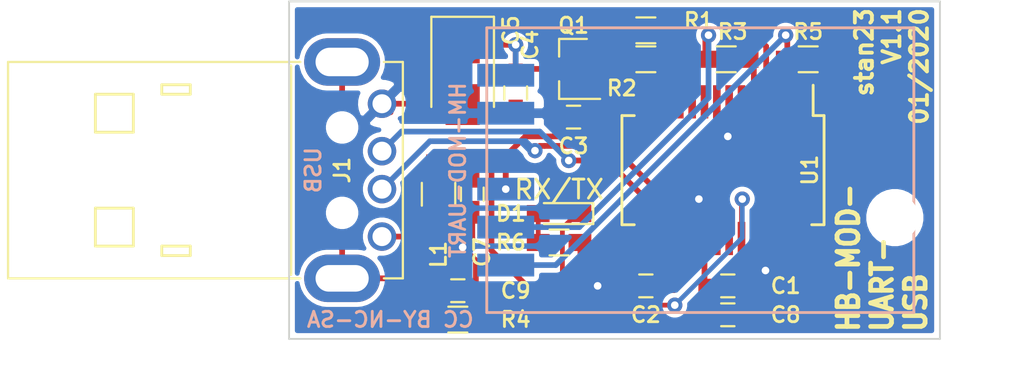
<source format=kicad_pcb>
(kicad_pcb (version 20171130) (host pcbnew "(5.1.2)-1")

  (general
    (thickness 1.6)
    (drawings 10)
    (tracks 158)
    (zones 0)
    (modules 20)
    (nets 18)
  )

  (page A4)
  (layers
    (0 F.Cu signal)
    (31 B.Cu signal)
    (32 B.Adhes user)
    (33 F.Adhes user)
    (34 B.Paste user)
    (35 F.Paste user)
    (36 B.SilkS user)
    (37 F.SilkS user)
    (38 B.Mask user)
    (39 F.Mask user)
    (40 Dwgs.User user hide)
    (41 Cmts.User user)
    (42 Eco1.User user)
    (43 Eco2.User user)
    (44 Edge.Cuts user)
    (45 Margin user)
    (46 B.CrtYd user)
    (47 F.CrtYd user)
    (48 B.Fab user hide)
    (49 F.Fab user hide)
  )

  (setup
    (last_trace_width 0.25)
    (user_trace_width 0.3)
    (user_trace_width 0.5)
    (trace_clearance 0.2)
    (zone_clearance 0.254)
    (zone_45_only no)
    (trace_min 0.2)
    (via_size 0.8)
    (via_drill 0.4)
    (via_min_size 0.4)
    (via_min_drill 0.3)
    (uvia_size 0.3)
    (uvia_drill 0.1)
    (uvias_allowed no)
    (uvia_min_size 0.2)
    (uvia_min_drill 0.1)
    (edge_width 0.1)
    (segment_width 0.2)
    (pcb_text_width 0.3)
    (pcb_text_size 1.5 1.5)
    (mod_edge_width 0.15)
    (mod_text_size 1 1)
    (mod_text_width 0.15)
    (pad_size 1.2 3)
    (pad_drill 0)
    (pad_to_mask_clearance 0.051)
    (solder_mask_min_width 0.25)
    (aux_axis_origin 0 0)
    (visible_elements 7FFEFFFF)
    (pcbplotparams
      (layerselection 0x010f0_ffffffff)
      (usegerberextensions false)
      (usegerberattributes false)
      (usegerberadvancedattributes false)
      (creategerberjobfile false)
      (excludeedgelayer true)
      (linewidth 0.100000)
      (plotframeref false)
      (viasonmask false)
      (mode 1)
      (useauxorigin false)
      (hpglpennumber 1)
      (hpglpenspeed 20)
      (hpglpendiameter 15.000000)
      (psnegative false)
      (psa4output false)
      (plotreference true)
      (plotvalue true)
      (plotinvisibletext false)
      (padsonsilk false)
      (subtractmaskfromsilk true)
      (outputformat 1)
      (mirror false)
      (drillshape 0)
      (scaleselection 1)
      (outputdirectory "./Gerber"))
  )

  (net 0 "")
  (net 1 +5V)
  (net 2 GND)
  (net 3 +3V3)
  (net 4 /RXD)
  (net 5 /TXD)
  (net 6 /RESET)
  (net 7 /PWREN)
  (net 8 /D-)
  (net 9 /D+)
  (net 10 "Net-(C3-Pad2)")
  (net 11 "Net-(C7-Pad1)")
  (net 12 "Net-(C9-Pad1)")
  (net 13 +3.3VP)
  (net 14 "Net-(R3-Pad1)")
  (net 15 "Net-(R5-Pad1)")
  (net 16 "Net-(D1-Pad2)")
  (net 17 "Net-(D1-Pad1)")

  (net_class Default "Dies ist die voreingestellte Netzklasse."
    (clearance 0.2)
    (trace_width 0.25)
    (via_dia 0.8)
    (via_drill 0.4)
    (uvia_dia 0.3)
    (uvia_drill 0.1)
    (add_net +3.3VP)
    (add_net +3V3)
    (add_net +5V)
    (add_net /D+)
    (add_net /D-)
    (add_net /PWREN)
    (add_net /RESET)
    (add_net /RXD)
    (add_net /TXD)
    (add_net GND)
    (add_net "Net-(C3-Pad2)")
    (add_net "Net-(C7-Pad1)")
    (add_net "Net-(C9-Pad1)")
    (add_net "Net-(D1-Pad1)")
    (add_net "Net-(D1-Pad2)")
    (add_net "Net-(R3-Pad1)")
    (add_net "Net-(R5-Pad1)")
  )

  (net_class Supply ""
    (clearance 0.2)
    (trace_width 0.5)
    (via_dia 1)
    (via_drill 0.5)
    (uvia_dia 0.3)
    (uvia_drill 0.1)
  )

  (module Resistors_SMD:R_0603_HandSoldering (layer F.Cu) (tedit 58E0A804) (tstamp 5E0D170A)
    (at 142.664 61.468)
    (descr "Resistor SMD 0603, hand soldering")
    (tags "resistor 0603")
    (path /5E0EEDF2)
    (attr smd)
    (fp_text reference R3 (at 0.338 -1.45) (layer F.SilkS)
      (effects (font (size 0.8 0.8) (thickness 0.15)))
    )
    (fp_text value 1k (at 0 1.55) (layer F.Fab)
      (effects (font (size 0.8 0.8) (thickness 0.15)))
    )
    (fp_line (start 1.95 0.7) (end -1.96 0.7) (layer F.CrtYd) (width 0.05))
    (fp_line (start 1.95 0.7) (end 1.95 -0.7) (layer F.CrtYd) (width 0.05))
    (fp_line (start -1.96 -0.7) (end -1.96 0.7) (layer F.CrtYd) (width 0.05))
    (fp_line (start -1.96 -0.7) (end 1.95 -0.7) (layer F.CrtYd) (width 0.05))
    (fp_line (start -0.5 -0.68) (end 0.5 -0.68) (layer F.SilkS) (width 0.12))
    (fp_line (start 0.5 0.68) (end -0.5 0.68) (layer F.SilkS) (width 0.12))
    (fp_line (start -0.8 -0.4) (end 0.8 -0.4) (layer F.Fab) (width 0.1))
    (fp_line (start 0.8 -0.4) (end 0.8 0.4) (layer F.Fab) (width 0.1))
    (fp_line (start 0.8 0.4) (end -0.8 0.4) (layer F.Fab) (width 0.1))
    (fp_line (start -0.8 0.4) (end -0.8 -0.4) (layer F.Fab) (width 0.1))
    (fp_text user %R (at 0 0) (layer F.Fab)
      (effects (font (size 0.4 0.4) (thickness 0.075)))
    )
    (pad 2 smd rect (at 1.1 0) (size 1.2 0.9) (layers F.Cu F.Paste F.Mask)
      (net 4 /RXD))
    (pad 1 smd rect (at -1.1 0) (size 1.2 0.9) (layers F.Cu F.Paste F.Mask)
      (net 14 "Net-(R3-Pad1)"))
    (model ${KISYS3DMOD}/Resistors_SMD.3dshapes/R_0603.wrl
      (at (xyz 0 0 0))
      (scale (xyz 1 1 1))
      (rotate (xyz 0 0 0))
    )
  )

  (module myRadioModules:HM-MOD-UART_SMD (layer B.Cu) (tedit 5E0CEAC9) (tstamp 5E0D1464)
    (at 130.048 67.31 90)
    (path /5E0EB318)
    (fp_text reference U2 (at 0 6.5 -90) (layer B.SilkS) hide
      (effects (font (size 0.8 0.8) (thickness 0.15)) (justify mirror))
    )
    (fp_text value HM-MOD-UART (at 0 8.27 -90) (layer B.Fab)
      (effects (font (size 0.8 0.8) (thickness 0.15)) (justify mirror))
    )
    (fp_text user HM-MOD-UART (at 0 -1.524 90) (layer B.SilkS)
      (effects (font (size 0.8 0.8) (thickness 0.15)) (justify mirror))
    )
    (fp_line (start -7.5 0) (end -7.5 22.5) (layer B.SilkS) (width 0.15))
    (fp_line (start -7.5 22.5) (end 7.5 22.5) (layer B.SilkS) (width 0.15))
    (fp_line (start 7.5 22.5) (end 7.5 0) (layer B.SilkS) (width 0.15))
    (fp_line (start 7.5 0) (end -7.5 0) (layer B.SilkS) (width 0.15))
    (pad 1 smd rect (at 5 1 90) (size 1.2 3) (layers B.Cu B.Mask)
      (net 13 +3.3VP))
    (pad 2 smd rect (at 3 1 90) (size 1.2 3) (layers B.Cu B.Mask)
      (net 2 GND))
    (pad 3 smd rect (at 1 1 90) (size 1.2 3) (layers Dwgs.User))
    (pad 4 smd rect (at -1 1 90) (size 1.2 3) (layers B.Cu B.Mask)
      (net 6 /RESET))
    (pad 5 smd rect (at -3 1 90) (size 1.2 3) (layers B.Cu B.Mask)
      (net 14 "Net-(R3-Pad1)"))
    (pad 6 smd rect (at -5 1 90) (size 1.2 3) (layers B.Cu B.Mask)
      (net 15 "Net-(R5-Pad1)"))
    (pad "" np_thru_hole circle (at -2.5 21.5 90) (size 2.5 2.5) (drill 2.5) (layers *.Cu *.Mask))
    (model :my3DMOD:HM-MOD-UART.step
      (offset (xyz -7.5 0 0))
      (scale (xyz 1 1 1))
      (rotate (xyz 0 0 0))
    )
  )

  (module Inductors_SMD:L_0805_HandSoldering (layer F.Cu) (tedit 5BFDC274) (tstamp 5BDEF65F)
    (at 127.508 68.58 270)
    (descr "Resistor SMD 0805, hand soldering")
    (tags "resistor 0805")
    (path /5BE047BC)
    (attr smd)
    (fp_text reference L1 (at 3.175 0 270) (layer F.SilkS)
      (effects (font (size 0.8 0.8) (thickness 0.15)))
    )
    (fp_text value "Ferrite Bead" (at -1.27 -1.905 90) (layer F.Fab)
      (effects (font (size 0.8 0.8) (thickness 0.15)))
    )
    (fp_line (start -0.6 -0.88) (end 0.6 -0.88) (layer F.SilkS) (width 0.12))
    (fp_line (start 0.6 0.88) (end -0.6 0.88) (layer F.SilkS) (width 0.12))
    (fp_line (start 2.4 -1) (end 2.4 1) (layer F.CrtYd) (width 0.05))
    (fp_line (start -2.4 -1) (end -2.4 1) (layer F.CrtYd) (width 0.05))
    (fp_line (start -2.4 1) (end 2.4 1) (layer F.CrtYd) (width 0.05))
    (fp_line (start -2.4 -1) (end 2.4 -1) (layer F.CrtYd) (width 0.05))
    (fp_line (start -1 -0.62) (end 1 -0.62) (layer F.Fab) (width 0.1))
    (fp_line (start 1 -0.62) (end 1 0.62) (layer F.Fab) (width 0.1))
    (fp_line (start 1 0.62) (end -1 0.62) (layer F.Fab) (width 0.1))
    (fp_line (start -1 0.62) (end -1 -0.62) (layer F.Fab) (width 0.1))
    (fp_text user %R (at 0 0 90) (layer F.Fab)
      (effects (font (size 0.5 0.5) (thickness 0.075)))
    )
    (pad 2 smd rect (at 1.35 0 270) (size 1.5 1.3) (layers F.Cu F.Paste F.Mask)
      (net 11 "Net-(C7-Pad1)"))
    (pad 1 smd rect (at -1.35 0 270) (size 1.5 1.3) (layers F.Cu F.Paste F.Mask)
      (net 1 +5V))
    (model ${KISYS3DMOD}/Inductors_SMD.3dshapes/L_0805.wrl
      (at (xyz 0 0 0))
      (scale (xyz 1 1 1))
      (rotate (xyz 0 0 0))
    )
  )

  (module Capacitors_SMD:C_0603_HandSoldering (layer F.Cu) (tedit 58AA848B) (tstamp 5E0D16AA)
    (at 142.748 73.406 180)
    (descr "Capacitor SMD 0603, hand soldering")
    (tags "capacitor 0603")
    (path /5BDF11CE)
    (attr smd)
    (fp_text reference C1 (at -3.048 0) (layer F.SilkS)
      (effects (font (size 0.8 0.8) (thickness 0.15)))
    )
    (fp_text value 100nF (at 0 1.5) (layer F.Fab)
      (effects (font (size 0.8 0.8) (thickness 0.15)))
    )
    (fp_text user %R (at 0 -1.25) (layer F.Fab)
      (effects (font (size 1 1) (thickness 0.15)))
    )
    (fp_line (start -0.8 0.4) (end -0.8 -0.4) (layer F.Fab) (width 0.1))
    (fp_line (start 0.8 0.4) (end -0.8 0.4) (layer F.Fab) (width 0.1))
    (fp_line (start 0.8 -0.4) (end 0.8 0.4) (layer F.Fab) (width 0.1))
    (fp_line (start -0.8 -0.4) (end 0.8 -0.4) (layer F.Fab) (width 0.1))
    (fp_line (start -0.35 -0.6) (end 0.35 -0.6) (layer F.SilkS) (width 0.12))
    (fp_line (start 0.35 0.6) (end -0.35 0.6) (layer F.SilkS) (width 0.12))
    (fp_line (start -1.8 -0.65) (end 1.8 -0.65) (layer F.CrtYd) (width 0.05))
    (fp_line (start -1.8 -0.65) (end -1.8 0.65) (layer F.CrtYd) (width 0.05))
    (fp_line (start 1.8 0.65) (end 1.8 -0.65) (layer F.CrtYd) (width 0.05))
    (fp_line (start 1.8 0.65) (end -1.8 0.65) (layer F.CrtYd) (width 0.05))
    (pad 1 smd rect (at -0.95 0 180) (size 1.2 0.75) (layers F.Cu F.Paste F.Mask)
      (net 2 GND))
    (pad 2 smd rect (at 0.95 0 180) (size 1.2 0.75) (layers F.Cu F.Paste F.Mask)
      (net 1 +5V))
    (model Capacitors_SMD.3dshapes/C_0603.wrl
      (at (xyz 0 0 0))
      (scale (xyz 1 1 1))
      (rotate (xyz 0 0 0))
    )
  )

  (module Capacitors_SMD:C_0603_HandSoldering (layer F.Cu) (tedit 58AA848B) (tstamp 5E0D176A)
    (at 138.43 73.406 180)
    (descr "Capacitor SMD 0603, hand soldering")
    (tags "capacitor 0603")
    (path /5BDDD630)
    (attr smd)
    (fp_text reference C2 (at 0 -1.524) (layer F.SilkS)
      (effects (font (size 0.8 0.8) (thickness 0.15)))
    )
    (fp_text value 100nF (at 0 1.5) (layer F.Fab)
      (effects (font (size 0.8 0.8) (thickness 0.15)))
    )
    (fp_line (start 1.8 0.65) (end -1.8 0.65) (layer F.CrtYd) (width 0.05))
    (fp_line (start 1.8 0.65) (end 1.8 -0.65) (layer F.CrtYd) (width 0.05))
    (fp_line (start -1.8 -0.65) (end -1.8 0.65) (layer F.CrtYd) (width 0.05))
    (fp_line (start -1.8 -0.65) (end 1.8 -0.65) (layer F.CrtYd) (width 0.05))
    (fp_line (start 0.35 0.6) (end -0.35 0.6) (layer F.SilkS) (width 0.12))
    (fp_line (start -0.35 -0.6) (end 0.35 -0.6) (layer F.SilkS) (width 0.12))
    (fp_line (start -0.8 -0.4) (end 0.8 -0.4) (layer F.Fab) (width 0.1))
    (fp_line (start 0.8 -0.4) (end 0.8 0.4) (layer F.Fab) (width 0.1))
    (fp_line (start 0.8 0.4) (end -0.8 0.4) (layer F.Fab) (width 0.1))
    (fp_line (start -0.8 0.4) (end -0.8 -0.4) (layer F.Fab) (width 0.1))
    (fp_text user %R (at 0 -1.25) (layer F.Fab)
      (effects (font (size 1 1) (thickness 0.15)))
    )
    (pad 2 smd rect (at 0.95 0 180) (size 1.2 0.75) (layers F.Cu F.Paste F.Mask)
      (net 2 GND))
    (pad 1 smd rect (at -0.95 0 180) (size 1.2 0.75) (layers F.Cu F.Paste F.Mask)
      (net 3 +3V3))
    (model Capacitors_SMD.3dshapes/C_0603.wrl
      (at (xyz 0 0 0))
      (scale (xyz 1 1 1))
      (rotate (xyz 0 0 0))
    )
  )

  (module Capacitors_SMD:C_0603_HandSoldering (layer F.Cu) (tedit 58AA848B) (tstamp 5E0E571E)
    (at 134.62 64.516)
    (descr "Capacitor SMD 0603, hand soldering")
    (tags "capacitor 0603")
    (path /5BE1D9AD)
    (attr smd)
    (fp_text reference C3 (at 0 1.524) (layer F.SilkS)
      (effects (font (size 0.8 0.8) (thickness 0.15)))
    )
    (fp_text value 100nF (at 0 1.5) (layer F.Fab)
      (effects (font (size 0.8 0.8) (thickness 0.15)))
    )
    (fp_text user %R (at 0 -1.25) (layer F.Fab)
      (effects (font (size 1 1) (thickness 0.15)))
    )
    (fp_line (start -0.8 0.4) (end -0.8 -0.4) (layer F.Fab) (width 0.1))
    (fp_line (start 0.8 0.4) (end -0.8 0.4) (layer F.Fab) (width 0.1))
    (fp_line (start 0.8 -0.4) (end 0.8 0.4) (layer F.Fab) (width 0.1))
    (fp_line (start -0.8 -0.4) (end 0.8 -0.4) (layer F.Fab) (width 0.1))
    (fp_line (start -0.35 -0.6) (end 0.35 -0.6) (layer F.SilkS) (width 0.12))
    (fp_line (start 0.35 0.6) (end -0.35 0.6) (layer F.SilkS) (width 0.12))
    (fp_line (start -1.8 -0.65) (end 1.8 -0.65) (layer F.CrtYd) (width 0.05))
    (fp_line (start -1.8 -0.65) (end -1.8 0.65) (layer F.CrtYd) (width 0.05))
    (fp_line (start 1.8 0.65) (end 1.8 -0.65) (layer F.CrtYd) (width 0.05))
    (fp_line (start 1.8 0.65) (end -1.8 0.65) (layer F.CrtYd) (width 0.05))
    (pad 1 smd rect (at -0.95 0) (size 1.2 0.75) (layers F.Cu F.Paste F.Mask)
      (net 13 +3.3VP))
    (pad 2 smd rect (at 0.95 0) (size 1.2 0.75) (layers F.Cu F.Paste F.Mask)
      (net 10 "Net-(C3-Pad2)"))
    (model Capacitors_SMD.3dshapes/C_0603.wrl
      (at (xyz 0 0 0))
      (scale (xyz 1 1 1))
      (rotate (xyz 0 0 0))
    )
  )

  (module Capacitors_SMD:C_0603_HandSoldering (layer F.Cu) (tedit 58AA848B) (tstamp 5E0D0ABC)
    (at 131.572 63.246 270)
    (descr "Capacitor SMD 0603, hand soldering")
    (tags "capacitor 0603")
    (path /5BE1D9B3)
    (attr smd)
    (fp_text reference C4 (at -2.54 -0.762 90) (layer F.SilkS)
      (effects (font (size 0.8 0.8) (thickness 0.15)))
    )
    (fp_text value 100nF (at 0 1.5 90) (layer F.Fab)
      (effects (font (size 0.8 0.8) (thickness 0.15)))
    )
    (fp_line (start 1.8 0.65) (end -1.8 0.65) (layer F.CrtYd) (width 0.05))
    (fp_line (start 1.8 0.65) (end 1.8 -0.65) (layer F.CrtYd) (width 0.05))
    (fp_line (start -1.8 -0.65) (end -1.8 0.65) (layer F.CrtYd) (width 0.05))
    (fp_line (start -1.8 -0.65) (end 1.8 -0.65) (layer F.CrtYd) (width 0.05))
    (fp_line (start 0.35 0.6) (end -0.35 0.6) (layer F.SilkS) (width 0.12))
    (fp_line (start -0.35 -0.6) (end 0.35 -0.6) (layer F.SilkS) (width 0.12))
    (fp_line (start -0.8 -0.4) (end 0.8 -0.4) (layer F.Fab) (width 0.1))
    (fp_line (start 0.8 -0.4) (end 0.8 0.4) (layer F.Fab) (width 0.1))
    (fp_line (start 0.8 0.4) (end -0.8 0.4) (layer F.Fab) (width 0.1))
    (fp_line (start -0.8 0.4) (end -0.8 -0.4) (layer F.Fab) (width 0.1))
    (fp_text user %R (at 0 -1.25 90) (layer F.Fab)
      (effects (font (size 1 1) (thickness 0.15)))
    )
    (pad 2 smd rect (at 0.95 0 270) (size 1.2 0.75) (layers F.Cu F.Paste F.Mask)
      (net 2 GND))
    (pad 1 smd rect (at -0.95 0 270) (size 1.2 0.75) (layers F.Cu F.Paste F.Mask)
      (net 13 +3.3VP))
    (model Capacitors_SMD.3dshapes/C_0603.wrl
      (at (xyz 0 0 0))
      (scale (xyz 1 1 1))
      (rotate (xyz 0 0 0))
    )
  )

  (module Capacitors_Tantalum_SMD:CP_Tantalum_Case-B_EIA-3528-21_Wave (layer F.Cu) (tedit 58CC8C08) (tstamp 5E0D0ACC)
    (at 128.778 62.23 270)
    (descr "Tantalum capacitor, Case B, EIA 3528-21, 3.5x2.8x1.9mm, Wave soldering footprint")
    (tags "capacitor tantalum smd")
    (path /5E14BA8C)
    (attr smd)
    (fp_text reference C5 (at -2.286 -2.54 90) (layer F.SilkS)
      (effects (font (size 0.8 0.8) (thickness 0.15)))
    )
    (fp_text value "100u / 10V" (at 0 3.15 90) (layer F.Fab)
      (effects (font (size 0.8 0.8) (thickness 0.15)))
    )
    (fp_text user %R (at 0 0 90) (layer F.Fab)
      (effects (font (size 0.8 0.8) (thickness 0.12)))
    )
    (fp_line (start -3.1 -1.75) (end -3.1 1.75) (layer F.CrtYd) (width 0.05))
    (fp_line (start -3.1 1.75) (end 3.1 1.75) (layer F.CrtYd) (width 0.05))
    (fp_line (start 3.1 1.75) (end 3.1 -1.75) (layer F.CrtYd) (width 0.05))
    (fp_line (start 3.1 -1.75) (end -3.1 -1.75) (layer F.CrtYd) (width 0.05))
    (fp_line (start -1.75 -1.4) (end -1.75 1.4) (layer F.Fab) (width 0.1))
    (fp_line (start -1.75 1.4) (end 1.75 1.4) (layer F.Fab) (width 0.1))
    (fp_line (start 1.75 1.4) (end 1.75 -1.4) (layer F.Fab) (width 0.1))
    (fp_line (start 1.75 -1.4) (end -1.75 -1.4) (layer F.Fab) (width 0.1))
    (fp_line (start -1.4 -1.4) (end -1.4 1.4) (layer F.Fab) (width 0.1))
    (fp_line (start -1.225 -1.4) (end -1.225 1.4) (layer F.Fab) (width 0.1))
    (fp_line (start -3 -1.65) (end 1.75 -1.65) (layer F.SilkS) (width 0.12))
    (fp_line (start -3 1.65) (end 1.75 1.65) (layer F.SilkS) (width 0.12))
    (fp_line (start -3 -1.65) (end -3 1.65) (layer F.SilkS) (width 0.12))
    (pad 1 smd rect (at -1.625 0 270) (size 2.15 1.8) (layers F.Cu F.Paste F.Mask)
      (net 13 +3.3VP))
    (pad 2 smd rect (at 1.625 0 270) (size 2.15 1.8) (layers F.Cu F.Paste F.Mask)
      (net 2 GND))
    (model Capacitors_Tantalum_SMD.3dshapes/CP_Tantalum_Case-B_EIA-3528-21.wrl
      (at (xyz 0 0 0))
      (scale (xyz 1 1 1))
      (rotate (xyz 0 0 0))
    )
  )

  (module Resistors_SMD:R_0603_HandSoldering (layer F.Cu) (tedit 58E0A804) (tstamp 5E0D173A)
    (at 138.43 59.944)
    (descr "Resistor SMD 0603, hand soldering")
    (tags "resistor 0603")
    (path /5BE097D5)
    (attr smd)
    (fp_text reference R1 (at 2.794 -0.508) (layer F.SilkS)
      (effects (font (size 0.8 0.8) (thickness 0.15)))
    )
    (fp_text value 10K (at 0 1.55) (layer F.Fab)
      (effects (font (size 0.8 0.8) (thickness 0.15)))
    )
    (fp_line (start 1.95 0.7) (end -1.96 0.7) (layer F.CrtYd) (width 0.05))
    (fp_line (start 1.95 0.7) (end 1.95 -0.7) (layer F.CrtYd) (width 0.05))
    (fp_line (start -1.96 -0.7) (end -1.96 0.7) (layer F.CrtYd) (width 0.05))
    (fp_line (start -1.96 -0.7) (end 1.95 -0.7) (layer F.CrtYd) (width 0.05))
    (fp_line (start -0.5 -0.68) (end 0.5 -0.68) (layer F.SilkS) (width 0.12))
    (fp_line (start 0.5 0.68) (end -0.5 0.68) (layer F.SilkS) (width 0.12))
    (fp_line (start -0.8 -0.4) (end 0.8 -0.4) (layer F.Fab) (width 0.1))
    (fp_line (start 0.8 -0.4) (end 0.8 0.4) (layer F.Fab) (width 0.1))
    (fp_line (start 0.8 0.4) (end -0.8 0.4) (layer F.Fab) (width 0.1))
    (fp_line (start -0.8 0.4) (end -0.8 -0.4) (layer F.Fab) (width 0.1))
    (fp_text user %R (at 0 0) (layer F.Fab)
      (effects (font (size 0.4 0.4) (thickness 0.075)))
    )
    (pad 2 smd rect (at 1.1 0) (size 1.2 0.9) (layers F.Cu F.Paste F.Mask)
      (net 7 /PWREN))
    (pad 1 smd rect (at -1.1 0) (size 1.2 0.9) (layers F.Cu F.Paste F.Mask)
      (net 3 +3V3))
    (model ${KISYS3DMOD}/Resistors_SMD.3dshapes/R_0603.wrl
      (at (xyz 0 0 0))
      (scale (xyz 1 1 1))
      (rotate (xyz 0 0 0))
    )
  )

  (module Resistors_SMD:R_0603_HandSoldering (layer F.Cu) (tedit 58E0A804) (tstamp 5E0D167A)
    (at 138.43 61.468 180)
    (descr "Resistor SMD 0603, hand soldering")
    (tags "resistor 0603")
    (path /5BE1D9A7)
    (attr smd)
    (fp_text reference R2 (at 1.27 -1.524) (layer F.SilkS)
      (effects (font (size 0.8 0.8) (thickness 0.15)))
    )
    (fp_text value 1K (at 0 1.55) (layer F.Fab)
      (effects (font (size 0.8 0.8) (thickness 0.15)))
    )
    (fp_text user %R (at 0 0) (layer F.Fab)
      (effects (font (size 0.4 0.4) (thickness 0.075)))
    )
    (fp_line (start -0.8 0.4) (end -0.8 -0.4) (layer F.Fab) (width 0.1))
    (fp_line (start 0.8 0.4) (end -0.8 0.4) (layer F.Fab) (width 0.1))
    (fp_line (start 0.8 -0.4) (end 0.8 0.4) (layer F.Fab) (width 0.1))
    (fp_line (start -0.8 -0.4) (end 0.8 -0.4) (layer F.Fab) (width 0.1))
    (fp_line (start 0.5 0.68) (end -0.5 0.68) (layer F.SilkS) (width 0.12))
    (fp_line (start -0.5 -0.68) (end 0.5 -0.68) (layer F.SilkS) (width 0.12))
    (fp_line (start -1.96 -0.7) (end 1.95 -0.7) (layer F.CrtYd) (width 0.05))
    (fp_line (start -1.96 -0.7) (end -1.96 0.7) (layer F.CrtYd) (width 0.05))
    (fp_line (start 1.95 0.7) (end 1.95 -0.7) (layer F.CrtYd) (width 0.05))
    (fp_line (start 1.95 0.7) (end -1.96 0.7) (layer F.CrtYd) (width 0.05))
    (pad 1 smd rect (at -1.1 0 180) (size 1.2 0.9) (layers F.Cu F.Paste F.Mask)
      (net 7 /PWREN))
    (pad 2 smd rect (at 1.1 0 180) (size 1.2 0.9) (layers F.Cu F.Paste F.Mask)
      (net 10 "Net-(C3-Pad2)"))
    (model ${KISYS3DMOD}/Resistors_SMD.3dshapes/R_0603.wrl
      (at (xyz 0 0 0))
      (scale (xyz 1 1 1))
      (rotate (xyz 0 0 0))
    )
  )

  (module Resistors_SMD:R_0603_HandSoldering (layer F.Cu) (tedit 58E0A804) (tstamp 5E0D0B0F)
    (at 128.524 75.184 180)
    (descr "Resistor SMD 0603, hand soldering")
    (tags "resistor 0603")
    (path /5BFD604F)
    (attr smd)
    (fp_text reference R4 (at -3.048 0) (layer F.SilkS)
      (effects (font (size 0.8 0.8) (thickness 0.15)))
    )
    (fp_text value 1M (at 0 1.55) (layer F.Fab)
      (effects (font (size 0.8 0.8) (thickness 0.15)))
    )
    (fp_text user %R (at 0 0) (layer F.Fab)
      (effects (font (size 0.4 0.4) (thickness 0.075)))
    )
    (fp_line (start -0.8 0.4) (end -0.8 -0.4) (layer F.Fab) (width 0.1))
    (fp_line (start 0.8 0.4) (end -0.8 0.4) (layer F.Fab) (width 0.1))
    (fp_line (start 0.8 -0.4) (end 0.8 0.4) (layer F.Fab) (width 0.1))
    (fp_line (start -0.8 -0.4) (end 0.8 -0.4) (layer F.Fab) (width 0.1))
    (fp_line (start 0.5 0.68) (end -0.5 0.68) (layer F.SilkS) (width 0.12))
    (fp_line (start -0.5 -0.68) (end 0.5 -0.68) (layer F.SilkS) (width 0.12))
    (fp_line (start -1.96 -0.7) (end 1.95 -0.7) (layer F.CrtYd) (width 0.05))
    (fp_line (start -1.96 -0.7) (end -1.96 0.7) (layer F.CrtYd) (width 0.05))
    (fp_line (start 1.95 0.7) (end 1.95 -0.7) (layer F.CrtYd) (width 0.05))
    (fp_line (start 1.95 0.7) (end -1.96 0.7) (layer F.CrtYd) (width 0.05))
    (pad 1 smd rect (at -1.1 0 180) (size 1.2 0.9) (layers F.Cu F.Paste F.Mask)
      (net 2 GND))
    (pad 2 smd rect (at 1.1 0 180) (size 1.2 0.9) (layers F.Cu F.Paste F.Mask)
      (net 12 "Net-(C9-Pad1)"))
    (model ${KISYS3DMOD}/Resistors_SMD.3dshapes/R_0603.wrl
      (at (xyz 0 0 0))
      (scale (xyz 1 1 1))
      (rotate (xyz 0 0 0))
    )
  )

  (module Resistors_SMD:R_0603_HandSoldering (layer F.Cu) (tedit 58E0A804) (tstamp 5E0E50D8)
    (at 146.982 61.468)
    (descr "Resistor SMD 0603, hand soldering")
    (tags "resistor 0603")
    (path /5E0EF33F)
    (attr smd)
    (fp_text reference R5 (at 0 -1.45) (layer F.SilkS)
      (effects (font (size 0.8 0.8) (thickness 0.15)))
    )
    (fp_text value 1k (at 0 1.55) (layer F.Fab)
      (effects (font (size 0.8 0.8) (thickness 0.15)))
    )
    (fp_text user %R (at 0 0) (layer F.Fab)
      (effects (font (size 0.4 0.4) (thickness 0.075)))
    )
    (fp_line (start -0.8 0.4) (end -0.8 -0.4) (layer F.Fab) (width 0.1))
    (fp_line (start 0.8 0.4) (end -0.8 0.4) (layer F.Fab) (width 0.1))
    (fp_line (start 0.8 -0.4) (end 0.8 0.4) (layer F.Fab) (width 0.1))
    (fp_line (start -0.8 -0.4) (end 0.8 -0.4) (layer F.Fab) (width 0.1))
    (fp_line (start 0.5 0.68) (end -0.5 0.68) (layer F.SilkS) (width 0.12))
    (fp_line (start -0.5 -0.68) (end 0.5 -0.68) (layer F.SilkS) (width 0.12))
    (fp_line (start -1.96 -0.7) (end 1.95 -0.7) (layer F.CrtYd) (width 0.05))
    (fp_line (start -1.96 -0.7) (end -1.96 0.7) (layer F.CrtYd) (width 0.05))
    (fp_line (start 1.95 0.7) (end 1.95 -0.7) (layer F.CrtYd) (width 0.05))
    (fp_line (start 1.95 0.7) (end -1.96 0.7) (layer F.CrtYd) (width 0.05))
    (pad 1 smd rect (at -1.1 0) (size 1.2 0.9) (layers F.Cu F.Paste F.Mask)
      (net 15 "Net-(R5-Pad1)"))
    (pad 2 smd rect (at 1.1 0) (size 1.2 0.9) (layers F.Cu F.Paste F.Mask)
      (net 5 /TXD))
    (model ${KISYS3DMOD}/Resistors_SMD.3dshapes/R_0603.wrl
      (at (xyz 0 0 0))
      (scale (xyz 1 1 1))
      (rotate (xyz 0 0 0))
    )
  )

  (module Capacitors_SMD:C_0603_HandSoldering (layer F.Cu) (tedit 58AA848B) (tstamp 5E0D0BBF)
    (at 129.286 68.58 270)
    (descr "Capacitor SMD 0603, hand soldering")
    (tags "capacitor 0603")
    (path /5BE025F8)
    (attr smd)
    (fp_text reference C7 (at 3.048 -0.508 90) (layer F.SilkS)
      (effects (font (size 0.8 0.8) (thickness 0.15)))
    )
    (fp_text value 10nF (at 0 1.5 90) (layer F.Fab)
      (effects (font (size 0.8 0.8) (thickness 0.15)))
    )
    (fp_text user %R (at 0 -1.25 90) (layer F.Fab)
      (effects (font (size 1 1) (thickness 0.15)))
    )
    (fp_line (start -0.8 0.4) (end -0.8 -0.4) (layer F.Fab) (width 0.1))
    (fp_line (start 0.8 0.4) (end -0.8 0.4) (layer F.Fab) (width 0.1))
    (fp_line (start 0.8 -0.4) (end 0.8 0.4) (layer F.Fab) (width 0.1))
    (fp_line (start -0.8 -0.4) (end 0.8 -0.4) (layer F.Fab) (width 0.1))
    (fp_line (start -0.35 -0.6) (end 0.35 -0.6) (layer F.SilkS) (width 0.12))
    (fp_line (start 0.35 0.6) (end -0.35 0.6) (layer F.SilkS) (width 0.12))
    (fp_line (start -1.8 -0.65) (end 1.8 -0.65) (layer F.CrtYd) (width 0.05))
    (fp_line (start -1.8 -0.65) (end -1.8 0.65) (layer F.CrtYd) (width 0.05))
    (fp_line (start 1.8 0.65) (end 1.8 -0.65) (layer F.CrtYd) (width 0.05))
    (fp_line (start 1.8 0.65) (end -1.8 0.65) (layer F.CrtYd) (width 0.05))
    (pad 1 smd rect (at -0.95 0 270) (size 1.2 0.75) (layers F.Cu F.Paste F.Mask)
      (net 11 "Net-(C7-Pad1)"))
    (pad 2 smd rect (at 0.95 0 270) (size 1.2 0.75) (layers F.Cu F.Paste F.Mask)
      (net 2 GND))
    (model Capacitors_SMD.3dshapes/C_0603.wrl
      (at (xyz 0 0 0))
      (scale (xyz 1 1 1))
      (rotate (xyz 0 0 0))
    )
  )

  (module Capacitors_SMD:C_0603_HandSoldering (layer F.Cu) (tedit 58AA848B) (tstamp 5E0D2481)
    (at 142.748 74.93 180)
    (descr "Capacitor SMD 0603, hand soldering")
    (tags "capacitor 0603")
    (path /5BDF6429)
    (attr smd)
    (fp_text reference C8 (at -3.048 0) (layer F.SilkS)
      (effects (font (size 0.8 0.8) (thickness 0.15)))
    )
    (fp_text value 4.7uF (at 0 1.5) (layer F.Fab)
      (effects (font (size 0.8 0.8) (thickness 0.15)))
    )
    (fp_text user %R (at 0 -1.25) (layer F.Fab)
      (effects (font (size 1 1) (thickness 0.15)))
    )
    (fp_line (start -0.8 0.4) (end -0.8 -0.4) (layer F.Fab) (width 0.1))
    (fp_line (start 0.8 0.4) (end -0.8 0.4) (layer F.Fab) (width 0.1))
    (fp_line (start 0.8 -0.4) (end 0.8 0.4) (layer F.Fab) (width 0.1))
    (fp_line (start -0.8 -0.4) (end 0.8 -0.4) (layer F.Fab) (width 0.1))
    (fp_line (start -0.35 -0.6) (end 0.35 -0.6) (layer F.SilkS) (width 0.12))
    (fp_line (start 0.35 0.6) (end -0.35 0.6) (layer F.SilkS) (width 0.12))
    (fp_line (start -1.8 -0.65) (end 1.8 -0.65) (layer F.CrtYd) (width 0.05))
    (fp_line (start -1.8 -0.65) (end -1.8 0.65) (layer F.CrtYd) (width 0.05))
    (fp_line (start 1.8 0.65) (end 1.8 -0.65) (layer F.CrtYd) (width 0.05))
    (fp_line (start 1.8 0.65) (end -1.8 0.65) (layer F.CrtYd) (width 0.05))
    (pad 1 smd rect (at -0.95 0 180) (size 1.2 0.75) (layers F.Cu F.Paste F.Mask)
      (net 2 GND))
    (pad 2 smd rect (at 0.95 0 180) (size 1.2 0.75) (layers F.Cu F.Paste F.Mask)
      (net 1 +5V))
    (model Capacitors_SMD.3dshapes/C_0603.wrl
      (at (xyz 0 0 0))
      (scale (xyz 1 1 1))
      (rotate (xyz 0 0 0))
    )
  )

  (module Capacitors_SMD:C_0603_HandSoldering (layer F.Cu) (tedit 58AA848B) (tstamp 5E0D0BDF)
    (at 128.524 73.66)
    (descr "Capacitor SMD 0603, hand soldering")
    (tags "capacitor 0603")
    (path /5BFD5FA5)
    (attr smd)
    (fp_text reference C9 (at 3.048 0) (layer F.SilkS)
      (effects (font (size 0.8 0.8) (thickness 0.15)))
    )
    (fp_text value 4.7nF (at 0 1.5) (layer F.Fab)
      (effects (font (size 0.8 0.8) (thickness 0.15)))
    )
    (fp_line (start 1.8 0.65) (end -1.8 0.65) (layer F.CrtYd) (width 0.05))
    (fp_line (start 1.8 0.65) (end 1.8 -0.65) (layer F.CrtYd) (width 0.05))
    (fp_line (start -1.8 -0.65) (end -1.8 0.65) (layer F.CrtYd) (width 0.05))
    (fp_line (start -1.8 -0.65) (end 1.8 -0.65) (layer F.CrtYd) (width 0.05))
    (fp_line (start 0.35 0.6) (end -0.35 0.6) (layer F.SilkS) (width 0.12))
    (fp_line (start -0.35 -0.6) (end 0.35 -0.6) (layer F.SilkS) (width 0.12))
    (fp_line (start -0.8 -0.4) (end 0.8 -0.4) (layer F.Fab) (width 0.1))
    (fp_line (start 0.8 -0.4) (end 0.8 0.4) (layer F.Fab) (width 0.1))
    (fp_line (start 0.8 0.4) (end -0.8 0.4) (layer F.Fab) (width 0.1))
    (fp_line (start -0.8 0.4) (end -0.8 -0.4) (layer F.Fab) (width 0.1))
    (fp_text user %R (at 0 -1.25) (layer F.Fab)
      (effects (font (size 1 1) (thickness 0.15)))
    )
    (pad 2 smd rect (at 0.95 0) (size 1.2 0.75) (layers F.Cu F.Paste F.Mask)
      (net 2 GND))
    (pad 1 smd rect (at -0.95 0) (size 1.2 0.75) (layers F.Cu F.Paste F.Mask)
      (net 12 "Net-(C9-Pad1)"))
    (model Capacitors_SMD.3dshapes/C_0603.wrl
      (at (xyz 0 0 0))
      (scale (xyz 1 1 1))
      (rotate (xyz 0 0 0))
    )
  )

  (module myHousings:SSOP-28_5.3x10.2mm_Pitch0.65mm_Handsoldering (layer F.Cu) (tedit 5D693AED) (tstamp 5E0D159E)
    (at 142.494 67.31 270)
    (descr "28-Lead Plastic Shrink Small Outline (SS)-5.30 mm Body [SSOP] (see Microchip Packaging Specification 00000049BS.pdf)")
    (tags "SSOP 0.65")
    (path /5BDDBC5D)
    (attr smd)
    (fp_text reference U1 (at 0 -4.572 90) (layer F.SilkS)
      (effects (font (size 0.8 0.8) (thickness 0.15)))
    )
    (fp_text value FT232RL (at 0 6.25 90) (layer F.Fab)
      (effects (font (size 0.8 0.8) (thickness 0.15)))
    )
    (fp_line (start -1.65 -5.1) (end 2.65 -5.1) (layer F.Fab) (width 0.15))
    (fp_line (start 2.65 -5.1) (end 2.65 5.1) (layer F.Fab) (width 0.15))
    (fp_line (start 2.65 5.1) (end -2.65 5.1) (layer F.Fab) (width 0.15))
    (fp_line (start -2.65 5.1) (end -2.65 -4.1) (layer F.Fab) (width 0.15))
    (fp_line (start -2.65 -4.1) (end -1.65 -5.1) (layer F.Fab) (width 0.15))
    (fp_line (start -4.75 -5.5) (end -4.75 5.5) (layer F.CrtYd) (width 0.05))
    (fp_line (start 4.75 -5.5) (end 4.75 5.5) (layer F.CrtYd) (width 0.05))
    (fp_line (start -4.75 -5.5) (end 4.75 -5.5) (layer F.CrtYd) (width 0.05))
    (fp_line (start -4.75 5.5) (end 4.75 5.5) (layer F.CrtYd) (width 0.05))
    (fp_line (start -2.875 -5.325) (end -2.875 -4.75) (layer F.SilkS) (width 0.15))
    (fp_line (start 2.875 -5.325) (end 2.875 -4.675) (layer F.SilkS) (width 0.15))
    (fp_line (start 2.875 5.325) (end 2.875 4.675) (layer F.SilkS) (width 0.15))
    (fp_line (start -2.875 5.325) (end -2.875 4.675) (layer F.SilkS) (width 0.15))
    (fp_line (start -2.875 -5.325) (end 2.875 -5.325) (layer F.SilkS) (width 0.15))
    (fp_line (start -2.875 5.325) (end 2.875 5.325) (layer F.SilkS) (width 0.15))
    (fp_line (start -2.875 -4.75) (end -4.475 -4.75) (layer F.SilkS) (width 0.15))
    (fp_text user %R (at 0 0 90) (layer F.Fab)
      (effects (font (size 0.8 0.8) (thickness 0.15)))
    )
    (pad 1 smd rect (at -3.6 -4.225 270) (size 1.75 0.4) (layers F.Cu F.Paste F.Mask)
      (net 5 /TXD))
    (pad 2 smd rect (at -3.6 -3.575 270) (size 1.75 0.4) (layers F.Cu F.Paste F.Mask))
    (pad 3 smd rect (at -3.6 -2.925 270) (size 1.75 0.4) (layers F.Cu F.Paste F.Mask))
    (pad 4 smd rect (at -3.6 -2.275 270) (size 1.75 0.4) (layers F.Cu F.Paste F.Mask)
      (net 3 +3V3))
    (pad 5 smd rect (at -3.6 -1.625 270) (size 1.75 0.4) (layers F.Cu F.Paste F.Mask)
      (net 4 /RXD))
    (pad 6 smd rect (at -3.6 -0.975 270) (size 1.75 0.4) (layers F.Cu F.Paste F.Mask))
    (pad 7 smd rect (at -3.6 -0.325 270) (size 1.75 0.4) (layers F.Cu F.Paste F.Mask)
      (net 2 GND))
    (pad 8 smd rect (at -3.6 0.325 270) (size 1.75 0.4) (layers F.Cu F.Paste F.Mask))
    (pad 9 smd rect (at -3.6 0.975 270) (size 1.75 0.4) (layers F.Cu F.Paste F.Mask))
    (pad 10 smd rect (at -3.6 1.625 270) (size 1.75 0.4) (layers F.Cu F.Paste F.Mask))
    (pad 11 smd rect (at -3.6 2.275 270) (size 1.75 0.4) (layers F.Cu F.Paste F.Mask))
    (pad 12 smd rect (at -3.6 2.925 270) (size 1.75 0.4) (layers F.Cu F.Paste F.Mask)
      (net 7 /PWREN))
    (pad 13 smd rect (at -3.6 3.575 270) (size 1.75 0.4) (layers F.Cu F.Paste F.Mask))
    (pad 14 smd rect (at -3.6 4.225 270) (size 1.75 0.4) (layers F.Cu F.Paste F.Mask)
      (net 6 /RESET))
    (pad 15 smd rect (at 3.6 4.225 270) (size 1.75 0.4) (layers F.Cu F.Paste F.Mask)
      (net 9 /D+))
    (pad 16 smd rect (at 3.6 3.575 270) (size 1.75 0.4) (layers F.Cu F.Paste F.Mask)
      (net 8 /D-))
    (pad 17 smd rect (at 3.6 2.925 270) (size 1.75 0.4) (layers F.Cu F.Paste F.Mask)
      (net 3 +3V3))
    (pad 18 smd rect (at 3.6 2.275 270) (size 1.75 0.4) (layers F.Cu F.Paste F.Mask)
      (net 2 GND))
    (pad 19 smd rect (at 3.6 1.625 270) (size 1.75 0.4) (layers F.Cu F.Paste F.Mask))
    (pad 20 smd rect (at 3.6 0.975 270) (size 1.75 0.4) (layers F.Cu F.Paste F.Mask)
      (net 1 +5V))
    (pad 21 smd rect (at 3.6 0.325 270) (size 1.75 0.4) (layers F.Cu F.Paste F.Mask)
      (net 2 GND))
    (pad 22 smd rect (at 3.6 -0.325 270) (size 1.75 0.4) (layers F.Cu F.Paste F.Mask))
    (pad 23 smd rect (at 3.6 -0.975 270) (size 1.75 0.4) (layers F.Cu F.Paste F.Mask)
      (net 17 "Net-(D1-Pad1)"))
    (pad 24 smd rect (at 3.6 -1.625 270) (size 1.75 0.4) (layers F.Cu F.Paste F.Mask))
    (pad 25 smd rect (at 3.6 -2.275 270) (size 1.75 0.4) (layers F.Cu F.Paste F.Mask)
      (net 2 GND))
    (pad 26 smd rect (at 3.6 -2.925 270) (size 1.75 0.4) (layers F.Cu F.Paste F.Mask)
      (net 2 GND))
    (pad 27 smd rect (at 3.6 -3.575 270) (size 1.75 0.4) (layers F.Cu F.Paste F.Mask))
    (pad 28 smd rect (at 3.6 -4.225 270) (size 1.75 0.4) (layers F.Cu F.Paste F.Mask))
    (model ${KISYS3DMOD}/Housings_SSOP.3dshapes/SSOP-28_5.3x10.2mm_Pitch0.65mm.wrl
      (at (xyz 0 0 0))
      (scale (xyz 1 1 1))
      (rotate (xyz 0 0 0))
    )
  )

  (module TO_SOT_Packages_SMD:SOT-23 (layer F.Cu) (tedit 58CE4E7E) (tstamp 5E0D1612)
    (at 134.62 61.976 180)
    (descr "SOT-23, Standard")
    (tags SOT-23)
    (path /5BE1D9A1)
    (attr smd)
    (fp_text reference Q1 (at 0 2.286) (layer F.SilkS)
      (effects (font (size 0.8 0.8) (thickness 0.15)))
    )
    (fp_text value IRLML6402 (at 0 2.5) (layer F.Fab)
      (effects (font (size 0.8 0.8) (thickness 0.15)))
    )
    (fp_text user %R (at 0 0 90) (layer F.Fab)
      (effects (font (size 0.5 0.5) (thickness 0.075)))
    )
    (fp_line (start -0.7 -0.95) (end -0.7 1.5) (layer F.Fab) (width 0.1))
    (fp_line (start -0.15 -1.52) (end 0.7 -1.52) (layer F.Fab) (width 0.1))
    (fp_line (start -0.7 -0.95) (end -0.15 -1.52) (layer F.Fab) (width 0.1))
    (fp_line (start 0.7 -1.52) (end 0.7 1.52) (layer F.Fab) (width 0.1))
    (fp_line (start -0.7 1.52) (end 0.7 1.52) (layer F.Fab) (width 0.1))
    (fp_line (start 0.76 1.58) (end 0.76 0.65) (layer F.SilkS) (width 0.12))
    (fp_line (start 0.76 -1.58) (end 0.76 -0.65) (layer F.SilkS) (width 0.12))
    (fp_line (start -1.7 -1.75) (end 1.7 -1.75) (layer F.CrtYd) (width 0.05))
    (fp_line (start 1.7 -1.75) (end 1.7 1.75) (layer F.CrtYd) (width 0.05))
    (fp_line (start 1.7 1.75) (end -1.7 1.75) (layer F.CrtYd) (width 0.05))
    (fp_line (start -1.7 1.75) (end -1.7 -1.75) (layer F.CrtYd) (width 0.05))
    (fp_line (start 0.76 -1.58) (end -1.4 -1.58) (layer F.SilkS) (width 0.12))
    (fp_line (start 0.76 1.58) (end -0.7 1.58) (layer F.SilkS) (width 0.12))
    (pad 1 smd rect (at -1 -0.95 180) (size 0.9 0.8) (layers F.Cu F.Paste F.Mask)
      (net 10 "Net-(C3-Pad2)"))
    (pad 2 smd rect (at -1 0.95 180) (size 0.9 0.8) (layers F.Cu F.Paste F.Mask)
      (net 3 +3V3))
    (pad 3 smd rect (at 1 0 180) (size 0.9 0.8) (layers F.Cu F.Paste F.Mask)
      (net 13 +3.3VP))
    (model ${KISYS3DMOD}/TO_SOT_Packages_SMD.3dshapes/SOT-23.wrl
      (at (xyz 0 0 0))
      (scale (xyz 1 1 1))
      (rotate (xyz 0 0 0))
    )
  )

  (module myConnectors:USB_A (layer F.Cu) (tedit 5E0F5BB9) (tstamp 5E0F5E6B)
    (at 122.428 67.31 270)
    (descr "USB A connector")
    (tags "USB USB_A")
    (path /5E0E6F66)
    (fp_text reference J1 (at 0 0 90) (layer F.SilkS)
      (effects (font (size 0.8 0.8) (thickness 0.15)))
    )
    (fp_text value USB (at 0 1.524 90) (layer B.SilkS)
      (effects (font (size 0.8 0.8) (thickness 0.15)) (justify mirror))
    )
    (fp_line (start -7.2 18) (end -7.2 -3.5) (layer F.CrtYd) (width 0.05))
    (fp_line (start 7.2 -3.5) (end 7.2 18) (layer F.CrtYd) (width 0.05))
    (fp_line (start -7.2 18) (end 7.2 18) (layer F.CrtYd) (width 0.05))
    (fp_line (start -7.2 -3.5) (end 7.2 -3.5) (layer F.CrtYd) (width 0.05))
    (fp_line (start 5.7 -3.2) (end 5.7 -2.2) (layer F.SilkS) (width 0.12))
    (fp_line (start -5.7 -3.2) (end -5.7 -2.2) (layer F.SilkS) (width 0.12))
    (fp_line (start 5.7 -3.2) (end -5.7 -3.2) (layer F.SilkS) (width 0.12))
    (fp_line (start 5.7 17.6) (end -5.7 17.6) (layer F.SilkS) (width 0.12))
    (fp_line (start 5.7 2.2) (end 5.7 17.6) (layer F.SilkS) (width 0.12))
    (fp_line (start -5.7 2.2) (end -5.7 17.6) (layer F.SilkS) (width 0.12))
    (fp_line (start -5.5 2.7) (end 5.5 2.7) (layer F.SilkS) (width 0.15))
    (fp_line (start -2 13) (end -4 13) (layer F.SilkS) (width 0.15))
    (fp_line (start -4 13) (end -4 11) (layer F.SilkS) (width 0.15))
    (fp_line (start -4 11) (end -2 11) (layer F.SilkS) (width 0.15))
    (fp_line (start -2 11) (end -2 13) (layer F.SilkS) (width 0.15))
    (fp_line (start 2 13) (end 4 13) (layer F.SilkS) (width 0.15))
    (fp_line (start 4 13) (end 4 11) (layer F.SilkS) (width 0.15))
    (fp_line (start 4 11) (end 2 11) (layer F.SilkS) (width 0.15))
    (fp_line (start 2 11) (end 2 13) (layer F.SilkS) (width 0.15))
    (fp_line (start 4 9.5) (end 4.5 9.5) (layer F.SilkS) (width 0.15))
    (fp_line (start 4.5 9.5) (end 4.5 8) (layer F.SilkS) (width 0.15))
    (fp_line (start 4.5 8) (end 4 8) (layer F.SilkS) (width 0.15))
    (fp_line (start 4 8) (end 4 9.5) (layer F.SilkS) (width 0.15))
    (fp_line (start -4 9.5) (end -4 8) (layer F.SilkS) (width 0.15))
    (fp_line (start -4 8) (end -4.5 8) (layer F.SilkS) (width 0.15))
    (fp_line (start -4.5 8) (end -4.5 9.5) (layer F.SilkS) (width 0.15))
    (fp_line (start -4.5 9.5) (end -4 9.5) (layer F.SilkS) (width 0.15))
    (pad 1 thru_hole circle (at 3.5 -2.1 180) (size 1.5 1.5) (drill 1) (layers *.Cu *.Mask)
      (net 11 "Net-(C7-Pad1)"))
    (pad 2 thru_hole circle (at 1 -2.1 180) (size 1.5 1.5) (drill 1) (layers *.Cu *.Mask)
      (net 8 /D-))
    (pad 3 thru_hole circle (at -1 -2.1 180) (size 1.5 1.5) (drill 1) (layers *.Cu *.Mask)
      (net 9 /D+))
    (pad 4 thru_hole circle (at -3.5 -2.1 180) (size 1.5 1.5) (drill 1) (layers *.Cu *.Mask)
      (net 2 GND))
    (pad 5 thru_hole oval (at 5.7 0 180) (size 4 2.5) (drill oval 2.8 1.4) (layers *.Cu *.Mask)
      (net 12 "Net-(C9-Pad1)"))
    (pad 5 thru_hole oval (at -5.7 0 180) (size 4 2.5) (drill oval 2.8 1.5) (layers *.Cu *.Mask)
      (net 12 "Net-(C9-Pad1)"))
    (pad "" np_thru_hole circle (at -2.25 0 180) (size 1.2 1.2) (drill 1.2) (layers *.Cu *.Mask))
    (pad "" np_thru_hole circle (at 2.25 0 180) (size 1.2 1.2) (drill 1.2) (layers *.Cu *.Mask))
    (model :my3DMOD:USB-A.step
      (offset (xyz -6 1 4.5))
      (scale (xyz 1 1 1))
      (rotate (xyz 0 0 90))
    )
  )

  (module LEDs:LED_0603_HandSoldering (layer F.Cu) (tedit 595FC9C0) (tstamp 5E0FB385)
    (at 133.858 69.596 180)
    (descr "LED SMD 0603, hand soldering")
    (tags "LED 0603")
    (path /5E0FA935)
    (attr smd)
    (fp_text reference D1 (at 2.54 0) (layer F.SilkS)
      (effects (font (size 0.8 0.8) (thickness 0.15)))
    )
    (fp_text value RX/TX (at 0 1.27) (layer F.SilkS)
      (effects (font (size 1 1) (thickness 0.15)))
    )
    (fp_line (start -0.8 -0.4) (end -0.8 0.4) (layer F.Fab) (width 0.1))
    (fp_line (start 1.95 0.7) (end -1.96 0.7) (layer F.CrtYd) (width 0.05))
    (fp_line (start 1.95 0.7) (end 1.95 -0.7) (layer F.CrtYd) (width 0.05))
    (fp_line (start -1.96 -0.7) (end -1.96 0.7) (layer F.CrtYd) (width 0.05))
    (fp_line (start -1.96 -0.7) (end 1.95 -0.7) (layer F.CrtYd) (width 0.05))
    (fp_line (start -1.8 -0.55) (end 0.8 -0.55) (layer F.SilkS) (width 0.12))
    (fp_line (start -1.8 0.55) (end 0.8 0.55) (layer F.SilkS) (width 0.12))
    (fp_line (start -0.8 -0.4) (end 0.8 -0.4) (layer F.Fab) (width 0.1))
    (fp_line (start 0.8 -0.4) (end 0.8 0.4) (layer F.Fab) (width 0.1))
    (fp_line (start 0.8 0.4) (end -0.8 0.4) (layer F.Fab) (width 0.1))
    (fp_line (start 0.15 -0.2) (end 0.15 0.2) (layer F.Fab) (width 0.1))
    (fp_line (start 0.15 0.2) (end -0.15 0) (layer F.Fab) (width 0.1))
    (fp_line (start -0.15 0) (end 0.15 -0.2) (layer F.Fab) (width 0.1))
    (fp_line (start -0.2 -0.2) (end -0.2 0.2) (layer F.Fab) (width 0.1))
    (fp_line (start -1.8 -0.55) (end -1.8 0.55) (layer F.SilkS) (width 0.12))
    (pad 2 smd rect (at 1.1 0 180) (size 1.2 0.9) (layers F.Cu F.Paste F.Mask)
      (net 16 "Net-(D1-Pad2)"))
    (pad 1 smd rect (at -1.1 0 180) (size 1.2 0.9) (layers F.Cu F.Paste F.Mask)
      (net 17 "Net-(D1-Pad1)"))
    (model ${KISYS3DMOD}/LEDs.3dshapes/LED_0603.wrl
      (at (xyz 0 0 0))
      (scale (xyz 1 1 1))
      (rotate (xyz 0 0 180))
    )
  )

  (module Resistors_SMD:R_0603_HandSoldering (layer F.Cu) (tedit 58E0A804) (tstamp 5E0FAF1D)
    (at 133.858 71.12)
    (descr "Resistor SMD 0603, hand soldering")
    (tags "resistor 0603")
    (path /5E0F9CF2)
    (attr smd)
    (fp_text reference R6 (at -2.54 0) (layer F.SilkS)
      (effects (font (size 0.8 0.8) (thickness 0.15)))
    )
    (fp_text value 270 (at 0 1.55) (layer F.Fab)
      (effects (font (size 1 1) (thickness 0.15)))
    )
    (fp_line (start 1.95 0.7) (end -1.96 0.7) (layer F.CrtYd) (width 0.05))
    (fp_line (start 1.95 0.7) (end 1.95 -0.7) (layer F.CrtYd) (width 0.05))
    (fp_line (start -1.96 -0.7) (end -1.96 0.7) (layer F.CrtYd) (width 0.05))
    (fp_line (start -1.96 -0.7) (end 1.95 -0.7) (layer F.CrtYd) (width 0.05))
    (fp_line (start -0.5 -0.68) (end 0.5 -0.68) (layer F.SilkS) (width 0.12))
    (fp_line (start 0.5 0.68) (end -0.5 0.68) (layer F.SilkS) (width 0.12))
    (fp_line (start -0.8 -0.4) (end 0.8 -0.4) (layer F.Fab) (width 0.1))
    (fp_line (start 0.8 -0.4) (end 0.8 0.4) (layer F.Fab) (width 0.1))
    (fp_line (start 0.8 0.4) (end -0.8 0.4) (layer F.Fab) (width 0.1))
    (fp_line (start -0.8 0.4) (end -0.8 -0.4) (layer F.Fab) (width 0.1))
    (fp_text user %R (at 0 0) (layer F.Fab)
      (effects (font (size 0.4 0.4) (thickness 0.075)))
    )
    (pad 2 smd rect (at 1.1 0) (size 1.2 0.9) (layers F.Cu F.Paste F.Mask)
      (net 3 +3V3))
    (pad 1 smd rect (at -1.1 0) (size 1.2 0.9) (layers F.Cu F.Paste F.Mask)
      (net 16 "Net-(D1-Pad2)"))
    (model ${KISYS3DMOD}/Resistors_SMD.3dshapes/R_0603.wrl
      (at (xyz 0 0 0))
      (scale (xyz 1 1 1))
      (rotate (xyz 0 0 0))
    )
  )

  (gr_text "CC BY-NC-SA" (at 124.968 75.184) (layer B.SilkS)
    (effects (font (size 0.8 0.8) (thickness 0.15)) (justify mirror))
  )
  (dimension 17.78 (width 0.15) (layer Cmts.User)
    (gr_text "17,780 mm" (at 157.002 67.31 270) (layer Cmts.User)
      (effects (font (size 1 1) (thickness 0.15)))
    )
    (feature1 (pts (xy 153.924 76.2) (xy 156.288421 76.2)))
    (feature2 (pts (xy 153.924 58.42) (xy 156.288421 58.42)))
    (crossbar (pts (xy 155.702 58.42) (xy 155.702 76.2)))
    (arrow1a (pts (xy 155.702 76.2) (xy 155.115579 75.073496)))
    (arrow1b (pts (xy 155.702 76.2) (xy 156.288421 75.073496)))
    (arrow2a (pts (xy 155.702 58.42) (xy 155.115579 59.546504)))
    (arrow2b (pts (xy 155.702 58.42) (xy 156.288421 59.546504)))
  )
  (dimension 34.29 (width 0.15) (layer Cmts.User)
    (gr_text "34,290 mm" (at 136.779 79.024) (layer Cmts.User)
      (effects (font (size 1 1) (thickness 0.15)))
    )
    (feature1 (pts (xy 153.924 76.2) (xy 153.924 78.310421)))
    (feature2 (pts (xy 119.634 76.2) (xy 119.634 78.310421)))
    (crossbar (pts (xy 119.634 77.724) (xy 153.924 77.724)))
    (arrow1a (pts (xy 153.924 77.724) (xy 152.797496 78.310421)))
    (arrow1b (pts (xy 153.924 77.724) (xy 152.797496 77.137579)))
    (arrow2a (pts (xy 119.634 77.724) (xy 120.760504 78.310421)))
    (arrow2b (pts (xy 119.634 77.724) (xy 120.760504 77.137579)))
  )
  (gr_line (start 119.634 67.31) (end 153.924 67.31) (layer Dwgs.User) (width 0.15))
  (gr_line (start 153.924 58.42) (end 119.634 58.42) (layer Edge.Cuts) (width 0.1))
  (gr_line (start 153.924 76.2) (end 153.924 58.42) (layer Edge.Cuts) (width 0.1))
  (gr_line (start 119.634 76.2) (end 153.924 76.2) (layer Edge.Cuts) (width 0.1))
  (gr_line (start 119.634 58.42) (end 119.634 76.2) (layer Edge.Cuts) (width 0.1))
  (gr_text "stan23\nV1.1\n01/2020" (at 151.384 58.674 90) (layer F.SilkS) (tstamp 5BDE37C4)
    (effects (font (size 0.9 0.9) (thickness 0.2)) (justify right))
  )
  (gr_text "HB-MOD-\nUART-\nUSB" (at 150.876 75.946 90) (layer F.SilkS) (tstamp 5BDE37C7)
    (effects (font (size 1.1 1) (thickness 0.25)) (justify left))
  )

  (segment (start 141.519 73.127) (end 141.798 73.406) (width 0.3) (layer F.Cu) (net 1) (status 30))
  (segment (start 141.519 70.91) (end 141.519 73.127) (width 0.3) (layer F.Cu) (net 1) (status 30))
  (segment (start 141.798 74.93) (end 141.798 73.406) (width 0.3) (layer F.Cu) (net 1) (status 30))
  (segment (start 134.174001 75.426001) (end 131.101 72.353) (width 0.3) (layer F.Cu) (net 1))
  (segment (start 139.552999 75.426001) (end 134.174001 75.426001) (width 0.3) (layer F.Cu) (net 1))
  (segment (start 141.798 73.406) (end 141.573 73.406) (width 0.3) (layer F.Cu) (net 1) (status 30))
  (segment (start 131.101 72.353) (end 131.428999 72.680999) (width 0.3) (layer F.Cu) (net 1))
  (segment (start 130.297999 71.549999) (end 131.101 72.353) (width 0.3) (layer F.Cu) (net 1))
  (segment (start 130.297999 67.036997) (end 130.297999 71.549999) (width 0.3) (layer F.Cu) (net 1))
  (segment (start 129.941001 66.679999) (end 130.297999 67.036997) (width 0.3) (layer F.Cu) (net 1))
  (segment (start 128.058001 66.679999) (end 129.941001 66.679999) (width 0.3) (layer F.Cu) (net 1) (status 10))
  (segment (start 127.508 67.23) (end 128.058001 66.679999) (width 0.3) (layer F.Cu) (net 1) (status 30))
  (segment (start 140.401999 75.426001) (end 139.552999 75.426001) (width 0.3) (layer F.Cu) (net 1))
  (segment (start 140.898 74.93) (end 140.401999 75.426001) (width 0.3) (layer F.Cu) (net 1))
  (segment (start 141.798 74.93) (end 140.898 74.93) (width 0.3) (layer F.Cu) (net 1) (status 10))
  (segment (start 144.769 72.56) (end 143.923 73.406) (width 0.3) (layer F.Cu) (net 2) (status 20))
  (segment (start 143.698 73.406) (end 143.698 74.93) (width 0.3) (layer F.Cu) (net 2) (status 30))
  (via (at 144.7325 72.5965) (size 0.8) (drill 0.4) (layers F.Cu B.Cu) (net 2))
  (segment (start 143.923 73.406) (end 144.7325 72.5965) (width 0.3) (layer F.Cu) (net 2) (status 10))
  (segment (start 143.698 73.406) (end 143.923 73.406) (width 0.3) (layer F.Cu) (net 2) (status 30))
  (via (at 142.748 65.532) (size 0.8) (drill 0.4) (layers F.Cu B.Cu) (net 2))
  (via (at 141.224 68.834) (size 0.8) (drill 0.4) (layers F.Cu B.Cu) (net 2))
  (segment (start 140.219 70.91) (end 140.219 69.839) (width 0.3) (layer F.Cu) (net 2) (status 10))
  (segment (start 140.219 69.839) (end 141.224 68.834) (width 0.3) (layer F.Cu) (net 2))
  (segment (start 142.169 70.287) (end 142.169 70.91) (width 0.3) (layer F.Cu) (net 2) (status 30))
  (segment (start 142.169 69.779) (end 141.224 68.834) (width 0.3) (layer F.Cu) (net 2))
  (segment (start 142.169 70.91) (end 142.169 69.779) (width 0.3) (layer F.Cu) (net 2) (status 10))
  (segment (start 131.048 64.31) (end 130 64.31) (width 0.3) (layer B.Cu) (net 2) (status 30))
  (segment (start 124.98 64.262) (end 124.528 63.81) (width 0.3) (layer F.Cu) (net 2) (status 30))
  (segment (start 129.352 64.196) (end 129.286 64.262) (width 0.3) (layer F.Cu) (net 2) (status 30))
  (via (at 128.778 71.374) (size 0.8) (drill 0.4) (layers F.Cu B.Cu) (net 2))
  (segment (start 129.286 69.53) (end 129.286 70.866) (width 0.3) (layer F.Cu) (net 2) (status 10))
  (segment (start 129.286 70.866) (end 128.778 71.374) (width 0.3) (layer F.Cu) (net 2))
  (segment (start 129.624 73.81) (end 129.474 73.66) (width 0.3) (layer F.Cu) (net 2) (status 30))
  (segment (start 129.624 75.184) (end 129.624 73.81) (width 0.3) (layer F.Cu) (net 2) (status 30))
  (segment (start 129.474 72.07) (end 128.778 71.374) (width 0.3) (layer F.Cu) (net 2))
  (segment (start 129.474 73.66) (end 129.474 72.07) (width 0.3) (layer F.Cu) (net 2) (status 10))
  (segment (start 142.819 65.461) (end 142.748 65.532) (width 0.3) (layer F.Cu) (net 2))
  (segment (start 142.819 63.71) (end 142.819 65.461) (width 0.3) (layer F.Cu) (net 2) (status 10))
  (segment (start 144.769 72.56) (end 144.7325 72.5965) (width 0.3) (layer F.Cu) (net 2))
  (segment (start 144.769 70.91) (end 144.769 72.56) (width 0.3) (layer F.Cu) (net 2) (status 10))
  (segment (start 145.419 71.91) (end 144.7325 72.5965) (width 0.3) (layer F.Cu) (net 2))
  (segment (start 145.419 70.91) (end 145.419 71.91) (width 0.3) (layer F.Cu) (net 2) (status 10))
  (via (at 135.89 73.406) (size 0.8) (drill 0.4) (layers F.Cu B.Cu) (net 2))
  (segment (start 137.48 73.406) (end 135.89 73.406) (width 0.3) (layer F.Cu) (net 2) (status 10))
  (segment (start 128.733 63.81) (end 128.778 63.855) (width 0.3) (layer F.Cu) (net 2) (status 30))
  (segment (start 124.528 63.81) (end 128.733 63.81) (width 0.3) (layer F.Cu) (net 2) (status 30))
  (segment (start 129.119 64.196) (end 128.778 63.855) (width 0.3) (layer F.Cu) (net 2) (status 30))
  (segment (start 131.572 64.196) (end 129.119 64.196) (width 0.3) (layer F.Cu) (net 2) (status 30))
  (segment (start 137.142 59.756) (end 137.33 59.944) (width 0.3) (layer F.Cu) (net 3) (status 30))
  (segment (start 139.569 73.217) (end 139.38 73.406) (width 0.3) (layer F.Cu) (net 3) (status 30))
  (segment (start 139.569 69.378998) (end 141.637998 67.31) (width 0.3) (layer F.Cu) (net 3))
  (segment (start 139.569 70.91) (end 139.569 69.378998) (width 0.3) (layer F.Cu) (net 3) (status 10))
  (segment (start 144.769 64.885) (end 144.769 63.71) (width 0.3) (layer F.Cu) (net 3) (status 20))
  (segment (start 142.344 67.31) (end 144.769 64.885) (width 0.3) (layer F.Cu) (net 3))
  (segment (start 141.637998 67.31) (end 142.344 67.31) (width 0.3) (layer F.Cu) (net 3))
  (segment (start 137.48 59.944) (end 137.33 59.944) (width 0.3) (layer F.Cu) (net 3) (status 30))
  (segment (start 138.280001 59.143999) (end 137.48 59.944) (width 0.3) (layer F.Cu) (net 3) (status 20))
  (segment (start 143.120001 59.143999) (end 138.280001 59.143999) (width 0.3) (layer F.Cu) (net 3))
  (segment (start 144.769 60.792998) (end 143.120001 59.143999) (width 0.3) (layer F.Cu) (net 3))
  (segment (start 144.769 63.71) (end 144.769 60.792998) (width 0.3) (layer F.Cu) (net 3) (status 10))
  (segment (start 136.702 59.944) (end 135.62 61.026) (width 0.3) (layer F.Cu) (net 3) (status 20))
  (segment (start 137.33 59.944) (end 136.702 59.944) (width 0.3) (layer F.Cu) (net 3) (status 10))
  (segment (start 135.651 72.513) (end 139.569 72.513) (width 0.25) (layer F.Cu) (net 3))
  (segment (start 134.958 71.82) (end 135.651 72.513) (width 0.25) (layer F.Cu) (net 3))
  (segment (start 134.958 71.12) (end 134.958 71.82) (width 0.25) (layer F.Cu) (net 3))
  (segment (start 139.569 70.91) (end 139.569 72.513) (width 0.3) (layer F.Cu) (net 3))
  (segment (start 139.569 72.513) (end 139.569 73.217) (width 0.3) (layer F.Cu) (net 3))
  (segment (start 144.119 61.665) (end 143.752 61.298) (width 0.3) (layer F.Cu) (net 4) (status 30))
  (segment (start 144.119 61.823) (end 143.764 61.468) (width 0.3) (layer F.Cu) (net 4) (status 30))
  (segment (start 144.119 63.71) (end 144.119 61.823) (width 0.3) (layer F.Cu) (net 4) (status 30))
  (segment (start 146.719 62.831) (end 148.082 61.468) (width 0.3) (layer F.Cu) (net 5) (status 20))
  (segment (start 146.719 63.71) (end 146.719 62.831) (width 0.3) (layer F.Cu) (net 5) (status 10))
  (via (at 131.048 68.31) (size 0.8) (drill 0.4) (layers F.Cu B.Cu) (net 6) (status 30))
  (segment (start 131.048 67.41) (end 131.048 68.31) (width 0.3) (layer F.Cu) (net 6))
  (segment (start 138.269 64.385) (end 138.269 63.71) (width 0.3) (layer F.Cu) (net 6) (status 30))
  (segment (start 137.122 65.532) (end 138.269 64.385) (width 0.3) (layer F.Cu) (net 6) (status 20))
  (segment (start 132.08 65.532) (end 137.122 65.532) (width 0.3) (layer F.Cu) (net 6))
  (segment (start 131.048 66.564) (end 132.08 65.532) (width 0.3) (layer F.Cu) (net 6))
  (segment (start 131.048 68.31) (end 131.048 66.564) (width 0.3) (layer F.Cu) (net 6))
  (segment (start 139.53 59.944) (end 139.53 61.468) (width 0.3) (layer F.Cu) (net 7) (status 30))
  (segment (start 139.569 61.507) (end 139.53 61.468) (width 0.3) (layer F.Cu) (net 7) (status 30))
  (segment (start 139.569 63.71) (end 139.569 61.507) (width 0.3) (layer F.Cu) (net 7) (status 30))
  (segment (start 138.938 70.891) (end 138.919 70.91) (width 0.3) (layer F.Cu) (net 8) (status 30))
  (segment (start 138.938 68.326) (end 138.938 70.891) (width 0.3) (layer F.Cu) (net 8) (status 20))
  (segment (start 136.64401 66.03201) (end 138.938 68.326) (width 0.3) (layer F.Cu) (net 8))
  (segment (start 133.09199 66.03201) (end 136.64401 66.03201) (width 0.3) (layer F.Cu) (net 8))
  (segment (start 131.838 65.786) (end 132.588 66.536) (width 0.3) (layer B.Cu) (net 8))
  (segment (start 124.528 68.31) (end 127.052 65.786) (width 0.3) (layer B.Cu) (net 8) (status 10))
  (segment (start 127.052 65.786) (end 131.838 65.786) (width 0.3) (layer B.Cu) (net 8))
  (via (at 132.588 66.282) (size 0.8) (drill 0.4) (layers F.Cu B.Cu) (net 8))
  (segment (start 131.838 65.786) (end 132.092 65.786) (width 0.3) (layer B.Cu) (net 8))
  (segment (start 132.092 65.786) (end 132.588 66.282) (width 0.3) (layer B.Cu) (net 8))
  (segment (start 132.83799 66.03201) (end 133.09199 66.03201) (width 0.3) (layer F.Cu) (net 8))
  (segment (start 132.588 66.282) (end 132.83799 66.03201) (width 0.3) (layer F.Cu) (net 8))
  (segment (start 138.269 69.181) (end 138.269 70.91) (width 0.3) (layer F.Cu) (net 9) (status 20))
  (segment (start 138.269 70.91) (end 138.269 68.673) (width 0.3) (layer F.Cu) (net 9) (status 10))
  (via (at 134.366 66.802) (size 0.8) (drill 0.4) (layers F.Cu B.Cu) (net 9))
  (segment (start 138.269 68.673) (end 136.398 66.802) (width 0.3) (layer F.Cu) (net 9))
  (segment (start 136.398 66.802) (end 134.366 66.802) (width 0.3) (layer F.Cu) (net 9))
  (segment (start 134.366 66.802) (end 133.966001 66.402001) (width 0.3) (layer B.Cu) (net 9))
  (segment (start 133.35 65.786) (end 134.366 66.802) (width 0.3) (layer B.Cu) (net 9))
  (segment (start 124.528 66.31) (end 125.56 65.278) (width 0.3) (layer B.Cu) (net 9) (status 10))
  (segment (start 132.842 65.278) (end 133.35 65.786) (width 0.3) (layer B.Cu) (net 9))
  (segment (start 125.56 65.278) (end 132.842 65.278) (width 0.3) (layer B.Cu) (net 9))
  (segment (start 137.142 61.656) (end 137.33 61.468) (width 0.3) (layer F.Cu) (net 10) (status 30))
  (segment (start 137.078 61.468) (end 135.62 62.926) (width 0.3) (layer F.Cu) (net 10) (status 30))
  (segment (start 137.33 61.468) (end 137.078 61.468) (width 0.3) (layer F.Cu) (net 10) (status 30))
  (segment (start 135.62 64.466) (end 135.57 64.516) (width 0.3) (layer F.Cu) (net 10) (status 30))
  (segment (start 135.62 62.926) (end 135.62 64.466) (width 0.3) (layer F.Cu) (net 10) (status 30))
  (segment (start 126.628 70.81) (end 127.508 69.93) (width 0.3) (layer F.Cu) (net 11) (status 20))
  (segment (start 124.528 70.81) (end 126.628 70.81) (width 0.3) (layer F.Cu) (net 11) (status 10))
  (segment (start 127.908 69.53) (end 127.508 69.93) (width 0.3) (layer F.Cu) (net 11) (status 30))
  (segment (start 129.286 67.855) (end 129.286 67.63) (width 0.3) (layer F.Cu) (net 11) (status 30))
  (segment (start 127.508 69.633) (end 129.286 67.855) (width 0.3) (layer F.Cu) (net 11) (status 30))
  (segment (start 127.508 69.93) (end 127.508 69.633) (width 0.3) (layer F.Cu) (net 11) (status 30))
  (segment (start 122.428 71.46) (end 122.428 73.01) (width 0.3) (layer F.Cu) (net 12) (status 20))
  (segment (start 122.428 61.61) (end 122.428 63.16) (width 0.3) (layer F.Cu) (net 12) (status 10))
  (segment (start 120.861 69.893) (end 120.861 64.727) (width 0.3) (layer F.Cu) (net 12))
  (segment (start 122.428 63.16) (end 120.861 64.727) (width 0.3) (layer F.Cu) (net 12))
  (segment (start 120.861 69.893) (end 122.428 71.46) (width 0.3) (layer F.Cu) (net 12))
  (segment (start 122.428 73.01) (end 126 73.01) (width 0.3) (layer F.Cu) (net 12) (status 10))
  (segment (start 126.65 73.66) (end 126 73.01) (width 0.3) (layer F.Cu) (net 12))
  (segment (start 127.574 73.66) (end 126.65 73.66) (width 0.3) (layer F.Cu) (net 12) (status 10))
  (segment (start 127.424 73.81) (end 127.574 73.66) (width 0.3) (layer F.Cu) (net 12) (status 30))
  (segment (start 127.424 75.184) (end 127.424 73.81) (width 0.3) (layer F.Cu) (net 12) (status 30))
  (segment (start 131.572 62.296) (end 131.572 60.706) (width 0.3) (layer F.Cu) (net 13) (status 10))
  (segment (start 131.572 60.706) (end 131.572 61.786) (width 0.3) (layer B.Cu) (net 13) (status 20))
  (via (at 131.572 60.706) (size 0.8) (drill 0.4) (layers F.Cu B.Cu) (net 13))
  (segment (start 128.879 60.706) (end 128.778 60.605) (width 0.3) (layer F.Cu) (net 13) (status 30))
  (segment (start 131.572 60.706) (end 128.879 60.706) (width 0.3) (layer F.Cu) (net 13) (status 20))
  (segment (start 133.67 62.026) (end 133.62 61.976) (width 0.3) (layer F.Cu) (net 13) (status 30))
  (segment (start 133.67 64.516) (end 133.67 62.026) (width 0.3) (layer F.Cu) (net 13) (status 30))
  (segment (start 131.892 61.976) (end 131.572 62.296) (width 0.3) (layer F.Cu) (net 13) (status 30))
  (segment (start 133.62 61.976) (end 131.892 61.976) (width 0.3) (layer F.Cu) (net 13) (status 30))
  (via (at 141.732 60.198) (size 0.8) (drill 0.4) (layers F.Cu B.Cu) (net 14))
  (segment (start 141.564 61.468) (end 141.564 60.366) (width 0.3) (layer F.Cu) (net 14) (status 10))
  (segment (start 141.564 60.366) (end 141.732 60.198) (width 0.3) (layer F.Cu) (net 14))
  (segment (start 134.922 70.31) (end 131.048 70.31) (width 0.3) (layer B.Cu) (net 14) (status 20))
  (segment (start 141.732 60.198) (end 141.732 63.5) (width 0.3) (layer B.Cu) (net 14))
  (segment (start 141.732 63.5) (end 134.922 70.31) (width 0.3) (layer B.Cu) (net 14))
  (via (at 145.796 60.198) (size 0.8) (drill 0.4) (layers F.Cu B.Cu) (net 15))
  (segment (start 145.882 61.468) (end 145.882 60.284) (width 0.3) (layer F.Cu) (net 15) (status 10))
  (segment (start 145.882 60.284) (end 145.796 60.198) (width 0.3) (layer F.Cu) (net 15))
  (segment (start 133.684 72.31) (end 131.048 72.31) (width 0.3) (layer B.Cu) (net 15) (status 20))
  (segment (start 145.796 60.198) (end 133.684 72.31) (width 0.3) (layer B.Cu) (net 15))
  (segment (start 132.758 69.596) (end 132.758 71.12) (width 0.25) (layer F.Cu) (net 16))
  (segment (start 134.032999 72.622001) (end 135.832998 74.422) (width 0.25) (layer F.Cu) (net 17))
  (segment (start 134.032999 70.371001) (end 134.032999 72.622001) (width 0.25) (layer F.Cu) (net 17))
  (segment (start 134.958 69.596) (end 134.808 69.596) (width 0.25) (layer F.Cu) (net 17))
  (segment (start 134.808 69.596) (end 134.032999 70.371001) (width 0.25) (layer F.Cu) (net 17))
  (via (at 139.954 74.422) (size 0.8) (drill 0.4) (layers F.Cu B.Cu) (net 17))
  (segment (start 135.832998 74.422) (end 139.954 74.422) (width 0.25) (layer F.Cu) (net 17))
  (segment (start 139.954 74.422) (end 143.51 70.866) (width 0.25) (layer B.Cu) (net 17))
  (via (at 143.51 68.834) (size 0.8) (drill 0.4) (layers F.Cu B.Cu) (net 17))
  (segment (start 143.51 70.866) (end 143.51 68.834) (width 0.25) (layer B.Cu) (net 17))
  (segment (start 143.469 68.875) (end 143.51 68.834) (width 0.25) (layer F.Cu) (net 17))
  (segment (start 143.469 70.91) (end 143.469 68.875) (width 0.25) (layer F.Cu) (net 17))

  (zone (net 2) (net_name GND) (layer B.Cu) (tstamp 5E0FB4AB) (hatch edge 0.508)
    (connect_pads (clearance 0.254))
    (min_thickness 0.254)
    (fill yes (arc_segments 32) (thermal_gap 0.508) (thermal_bridge_width 0.508))
    (polygon
      (pts
        (xy 119.634 58.42) (xy 153.924 58.42) (xy 153.924 76.2) (xy 119.634 76.2)
      )
    )
    (filled_polygon
      (pts
        (xy 153.493 75.769) (xy 120.065 75.769) (xy 120.065 73.272875) (xy 120.0706 73.329732) (xy 120.163862 73.637176)
        (xy 120.315312 73.920519) (xy 120.519129 74.168871) (xy 120.767481 74.372688) (xy 121.050824 74.524138) (xy 121.358268 74.6174)
        (xy 121.597882 74.641) (xy 123.258118 74.641) (xy 123.497732 74.6174) (xy 123.805176 74.524138) (xy 124.088519 74.372688)
        (xy 124.122161 74.345078) (xy 139.173 74.345078) (xy 139.173 74.498922) (xy 139.203013 74.649809) (xy 139.261887 74.791942)
        (xy 139.347358 74.919859) (xy 139.456141 75.028642) (xy 139.584058 75.114113) (xy 139.726191 75.172987) (xy 139.877078 75.203)
        (xy 140.030922 75.203) (xy 140.181809 75.172987) (xy 140.323942 75.114113) (xy 140.451859 75.028642) (xy 140.560642 74.919859)
        (xy 140.646113 74.791942) (xy 140.704987 74.649809) (xy 140.735 74.498922) (xy 140.735 74.356591) (xy 143.85022 71.241372)
        (xy 143.869527 71.225527) (xy 143.932759 71.148479) (xy 143.979745 71.060575) (xy 144.008678 70.965193) (xy 144.016 70.890854)
        (xy 144.016 70.890847) (xy 144.018447 70.866001) (xy 144.016 70.841155) (xy 144.016 69.64936) (xy 149.917 69.64936)
        (xy 149.917 69.97064) (xy 149.979678 70.285745) (xy 150.102626 70.582568) (xy 150.281119 70.849702) (xy 150.508298 71.076881)
        (xy 150.775432 71.255374) (xy 151.072255 71.378322) (xy 151.38736 71.441) (xy 151.70864 71.441) (xy 152.023745 71.378322)
        (xy 152.320568 71.255374) (xy 152.587702 71.076881) (xy 152.814881 70.849702) (xy 152.993374 70.582568) (xy 153.116322 70.285745)
        (xy 153.179 69.97064) (xy 153.179 69.64936) (xy 153.116322 69.334255) (xy 152.993374 69.037432) (xy 152.814881 68.770298)
        (xy 152.587702 68.543119) (xy 152.320568 68.364626) (xy 152.023745 68.241678) (xy 151.70864 68.179) (xy 151.38736 68.179)
        (xy 151.072255 68.241678) (xy 150.775432 68.364626) (xy 150.508298 68.543119) (xy 150.281119 68.770298) (xy 150.102626 69.037432)
        (xy 149.979678 69.334255) (xy 149.917 69.64936) (xy 144.016 69.64936) (xy 144.016 69.432501) (xy 144.116642 69.331859)
        (xy 144.202113 69.203942) (xy 144.260987 69.061809) (xy 144.291 68.910922) (xy 144.291 68.757078) (xy 144.260987 68.606191)
        (xy 144.202113 68.464058) (xy 144.116642 68.336141) (xy 144.007859 68.227358) (xy 143.879942 68.141887) (xy 143.737809 68.083013)
        (xy 143.586922 68.053) (xy 143.433078 68.053) (xy 143.282191 68.083013) (xy 143.140058 68.141887) (xy 143.012141 68.227358)
        (xy 142.903358 68.336141) (xy 142.817887 68.464058) (xy 142.759013 68.606191) (xy 142.729 68.757078) (xy 142.729 68.910922)
        (xy 142.759013 69.061809) (xy 142.817887 69.203942) (xy 142.903358 69.331859) (xy 143.004001 69.432502) (xy 143.004 70.656408)
        (xy 140.019409 73.641) (xy 139.877078 73.641) (xy 139.726191 73.671013) (xy 139.584058 73.729887) (xy 139.456141 73.815358)
        (xy 139.347358 73.924141) (xy 139.261887 74.052058) (xy 139.203013 74.194191) (xy 139.173 74.345078) (xy 124.122161 74.345078)
        (xy 124.336871 74.168871) (xy 124.540688 73.920519) (xy 124.692138 73.637176) (xy 124.7854 73.329732) (xy 124.816891 73.01)
        (xy 124.7854 72.690268) (xy 124.692138 72.382824) (xy 124.540688 72.099481) (xy 124.40946 71.939578) (xy 124.416606 71.941)
        (xy 124.639394 71.941) (xy 124.8579 71.897536) (xy 125.063729 71.812279) (xy 125.24897 71.688505) (xy 125.406505 71.53097)
        (xy 125.530279 71.345729) (xy 125.615536 71.1399) (xy 125.659 70.921394) (xy 125.659 70.698606) (xy 125.615536 70.4801)
        (xy 125.530279 70.274271) (xy 125.406505 70.08903) (xy 125.24897 69.931495) (xy 125.063729 69.807721) (xy 124.8579 69.722464)
        (xy 124.79524 69.71) (xy 129.165157 69.71) (xy 129.165157 70.91) (xy 129.172513 70.984689) (xy 129.194299 71.056508)
        (xy 129.229678 71.122696) (xy 129.277289 71.180711) (xy 129.335304 71.228322) (xy 129.401492 71.263701) (xy 129.473311 71.285487)
        (xy 129.548 71.292843) (xy 132.548 71.292843) (xy 132.622689 71.285487) (xy 132.694508 71.263701) (xy 132.760696 71.228322)
        (xy 132.818711 71.180711) (xy 132.866322 71.122696) (xy 132.901701 71.056508) (xy 132.923487 70.984689) (xy 132.930843 70.91)
        (xy 132.930843 70.841) (xy 134.402054 70.841) (xy 133.464054 71.779) (xy 132.930843 71.779) (xy 132.930843 71.71)
        (xy 132.923487 71.635311) (xy 132.901701 71.563492) (xy 132.866322 71.497304) (xy 132.818711 71.439289) (xy 132.760696 71.391678)
        (xy 132.694508 71.356299) (xy 132.622689 71.334513) (xy 132.548 71.327157) (xy 129.548 71.327157) (xy 129.473311 71.334513)
        (xy 129.401492 71.356299) (xy 129.335304 71.391678) (xy 129.277289 71.439289) (xy 129.229678 71.497304) (xy 129.194299 71.563492)
        (xy 129.172513 71.635311) (xy 129.165157 71.71) (xy 129.165157 72.91) (xy 129.172513 72.984689) (xy 129.194299 73.056508)
        (xy 129.229678 73.122696) (xy 129.277289 73.180711) (xy 129.335304 73.228322) (xy 129.401492 73.263701) (xy 129.473311 73.285487)
        (xy 129.548 73.292843) (xy 132.548 73.292843) (xy 132.622689 73.285487) (xy 132.694508 73.263701) (xy 132.760696 73.228322)
        (xy 132.818711 73.180711) (xy 132.866322 73.122696) (xy 132.901701 73.056508) (xy 132.923487 72.984689) (xy 132.930843 72.91)
        (xy 132.930843 72.841) (xy 133.657926 72.841) (xy 133.684 72.843568) (xy 133.710074 72.841) (xy 133.710084 72.841)
        (xy 133.788094 72.833317) (xy 133.888188 72.802953) (xy 133.980435 72.753646) (xy 134.06129 72.68729) (xy 134.077921 72.667025)
        (xy 145.765948 60.979) (xy 145.872922 60.979) (xy 146.023809 60.948987) (xy 146.165942 60.890113) (xy 146.293859 60.804642)
        (xy 146.402642 60.695859) (xy 146.488113 60.567942) (xy 146.546987 60.425809) (xy 146.577 60.274922) (xy 146.577 60.121078)
        (xy 146.546987 59.970191) (xy 146.488113 59.828058) (xy 146.402642 59.700141) (xy 146.293859 59.591358) (xy 146.165942 59.505887)
        (xy 146.023809 59.447013) (xy 145.872922 59.417) (xy 145.719078 59.417) (xy 145.568191 59.447013) (xy 145.426058 59.505887)
        (xy 145.298141 59.591358) (xy 145.189358 59.700141) (xy 145.103887 59.828058) (xy 145.045013 59.970191) (xy 145.015 60.121078)
        (xy 145.015 60.228052) (xy 142.263 62.980053) (xy 142.263 60.771501) (xy 142.338642 60.695859) (xy 142.424113 60.567942)
        (xy 142.482987 60.425809) (xy 142.513 60.274922) (xy 142.513 60.121078) (xy 142.482987 59.970191) (xy 142.424113 59.828058)
        (xy 142.338642 59.700141) (xy 142.229859 59.591358) (xy 142.101942 59.505887) (xy 141.959809 59.447013) (xy 141.808922 59.417)
        (xy 141.655078 59.417) (xy 141.504191 59.447013) (xy 141.362058 59.505887) (xy 141.234141 59.591358) (xy 141.125358 59.700141)
        (xy 141.039887 59.828058) (xy 140.981013 59.970191) (xy 140.951 60.121078) (xy 140.951 60.274922) (xy 140.981013 60.425809)
        (xy 141.039887 60.567942) (xy 141.125358 60.695859) (xy 141.201 60.771501) (xy 141.201001 63.280052) (xy 134.702054 69.779)
        (xy 132.930843 69.779) (xy 132.930843 69.71) (xy 132.923487 69.635311) (xy 132.901701 69.563492) (xy 132.866322 69.497304)
        (xy 132.818711 69.439289) (xy 132.760696 69.391678) (xy 132.694508 69.356299) (xy 132.622689 69.334513) (xy 132.548 69.327157)
        (xy 129.548 69.327157) (xy 129.473311 69.334513) (xy 129.401492 69.356299) (xy 129.335304 69.391678) (xy 129.277289 69.439289)
        (xy 129.229678 69.497304) (xy 129.194299 69.563492) (xy 129.172513 69.635311) (xy 129.165157 69.71) (xy 124.79524 69.71)
        (xy 124.639394 69.679) (xy 124.416606 69.679) (xy 124.1981 69.722464) (xy 123.992271 69.807721) (xy 123.80703 69.931495)
        (xy 123.649495 70.08903) (xy 123.525721 70.274271) (xy 123.440464 70.4801) (xy 123.397 70.698606) (xy 123.397 70.921394)
        (xy 123.440464 71.1399) (xy 123.525721 71.345729) (xy 123.580496 71.427706) (xy 123.497732 71.4026) (xy 123.258118 71.379)
        (xy 121.597882 71.379) (xy 121.358268 71.4026) (xy 121.050824 71.495862) (xy 120.767481 71.647312) (xy 120.519129 71.851129)
        (xy 120.315312 72.099481) (xy 120.163862 72.382824) (xy 120.0706 72.690268) (xy 120.065 72.747125) (xy 120.065 69.46338)
        (xy 121.447 69.46338) (xy 121.447 69.65662) (xy 121.484699 69.846147) (xy 121.558649 70.024678) (xy 121.666007 70.185351)
        (xy 121.802649 70.321993) (xy 121.963322 70.429351) (xy 122.141853 70.503301) (xy 122.33138 70.541) (xy 122.52462 70.541)
        (xy 122.714147 70.503301) (xy 122.892678 70.429351) (xy 123.053351 70.321993) (xy 123.189993 70.185351) (xy 123.297351 70.024678)
        (xy 123.371301 69.846147) (xy 123.409 69.65662) (xy 123.409 69.46338) (xy 123.371301 69.273853) (xy 123.297351 69.095322)
        (xy 123.189993 68.934649) (xy 123.053351 68.798007) (xy 122.892678 68.690649) (xy 122.714147 68.616699) (xy 122.52462 68.579)
        (xy 122.33138 68.579) (xy 122.141853 68.616699) (xy 121.963322 68.690649) (xy 121.802649 68.798007) (xy 121.666007 68.934649)
        (xy 121.558649 69.095322) (xy 121.484699 69.273853) (xy 121.447 69.46338) (xy 120.065 69.46338) (xy 120.065 66.198606)
        (xy 123.397 66.198606) (xy 123.397 66.421394) (xy 123.440464 66.6399) (xy 123.525721 66.845729) (xy 123.649495 67.03097)
        (xy 123.80703 67.188505) (xy 123.98886 67.31) (xy 123.80703 67.431495) (xy 123.649495 67.58903) (xy 123.525721 67.774271)
        (xy 123.440464 67.9801) (xy 123.397 68.198606) (xy 123.397 68.421394) (xy 123.440464 68.6399) (xy 123.525721 68.845729)
        (xy 123.649495 69.03097) (xy 123.80703 69.188505) (xy 123.992271 69.312279) (xy 124.1981 69.397536) (xy 124.416606 69.441)
        (xy 124.639394 69.441) (xy 124.8579 69.397536) (xy 125.063729 69.312279) (xy 125.24897 69.188505) (xy 125.406505 69.03097)
        (xy 125.530279 68.845729) (xy 125.615536 68.6399) (xy 125.659 68.421394) (xy 125.659 68.198606) (xy 125.615536 67.9801)
        (xy 125.613577 67.97537) (xy 125.878947 67.71) (xy 129.165157 67.71) (xy 129.165157 68.91) (xy 129.172513 68.984689)
        (xy 129.194299 69.056508) (xy 129.229678 69.122696) (xy 129.277289 69.180711) (xy 129.335304 69.228322) (xy 129.401492 69.263701)
        (xy 129.473311 69.285487) (xy 129.548 69.292843) (xy 132.548 69.292843) (xy 132.622689 69.285487) (xy 132.694508 69.263701)
        (xy 132.760696 69.228322) (xy 132.818711 69.180711) (xy 132.866322 69.122696) (xy 132.901701 69.056508) (xy 132.923487 68.984689)
        (xy 132.930843 68.91) (xy 132.930843 67.71) (xy 132.923487 67.635311) (xy 132.901701 67.563492) (xy 132.866322 67.497304)
        (xy 132.818711 67.439289) (xy 132.760696 67.391678) (xy 132.694508 67.356299) (xy 132.622689 67.334513) (xy 132.548 67.327157)
        (xy 129.548 67.327157) (xy 129.473311 67.334513) (xy 129.401492 67.356299) (xy 129.335304 67.391678) (xy 129.277289 67.439289)
        (xy 129.229678 67.497304) (xy 129.194299 67.563492) (xy 129.172513 67.635311) (xy 129.165157 67.71) (xy 125.878947 67.71)
        (xy 127.271947 66.317) (xy 131.618054 66.317) (xy 131.855505 66.554451) (xy 131.895887 66.651942) (xy 131.981358 66.779859)
        (xy 132.090141 66.888642) (xy 132.218058 66.974113) (xy 132.360191 67.032987) (xy 132.467426 67.054317) (xy 132.483905 67.059316)
        (xy 132.501043 67.061004) (xy 132.511078 67.063) (xy 132.521311 67.063) (xy 132.587999 67.069568) (xy 132.654687 67.063)
        (xy 132.664922 67.063) (xy 132.674959 67.061003) (xy 132.692093 67.059316) (xy 132.708568 67.054318) (xy 132.815809 67.032987)
        (xy 132.957942 66.974113) (xy 133.085859 66.888642) (xy 133.194642 66.779859) (xy 133.280113 66.651942) (xy 133.334264 66.521211)
        (xy 133.585 66.771947) (xy 133.585 66.878922) (xy 133.615013 67.029809) (xy 133.673887 67.171942) (xy 133.759358 67.299859)
        (xy 133.868141 67.408642) (xy 133.996058 67.494113) (xy 134.138191 67.552987) (xy 134.289078 67.583) (xy 134.442922 67.583)
        (xy 134.593809 67.552987) (xy 134.735942 67.494113) (xy 134.863859 67.408642) (xy 134.972642 67.299859) (xy 135.058113 67.171942)
        (xy 135.116987 67.029809) (xy 135.147 66.878922) (xy 135.147 66.725078) (xy 135.116987 66.574191) (xy 135.058113 66.432058)
        (xy 134.972642 66.304141) (xy 134.863859 66.195358) (xy 134.735942 66.109887) (xy 134.593809 66.051013) (xy 134.442922 66.021)
        (xy 134.335947 66.021) (xy 133.743921 65.428975) (xy 133.743917 65.42897) (xy 133.235921 64.920975) (xy 133.21929 64.90071)
        (xy 133.185712 64.873153) (xy 133.183 64.59575) (xy 133.02425 64.437) (xy 131.175 64.437) (xy 131.175 64.457)
        (xy 130.921 64.457) (xy 130.921 64.437) (xy 129.07175 64.437) (xy 128.913 64.59575) (xy 128.911521 64.747)
        (xy 125.586073 64.747) (xy 125.560785 64.744509) (xy 125.601451 64.703843) (xy 125.484995 64.587387) (xy 125.72386 64.521863)
        (xy 125.83976 64.274884) (xy 125.90525 64.01004) (xy 125.917812 63.737508) (xy 125.913647 63.71) (xy 128.909928 63.71)
        (xy 128.913 64.02425) (xy 129.07175 64.183) (xy 130.921 64.183) (xy 130.921 64.163) (xy 131.175 64.163)
        (xy 131.175 64.183) (xy 133.02425 64.183) (xy 133.183 64.02425) (xy 133.186072 63.71) (xy 133.173812 63.585518)
        (xy 133.137502 63.46582) (xy 133.078537 63.355506) (xy 132.999185 63.258815) (xy 132.902494 63.179463) (xy 132.844969 63.148715)
        (xy 132.866322 63.122696) (xy 132.901701 63.056508) (xy 132.923487 62.984689) (xy 132.930843 62.91) (xy 132.930843 61.71)
        (xy 132.923487 61.635311) (xy 132.901701 61.563492) (xy 132.866322 61.497304) (xy 132.818711 61.439289) (xy 132.760696 61.391678)
        (xy 132.694508 61.356299) (xy 132.622689 61.334513) (xy 132.548 61.327157) (xy 132.103 61.327157) (xy 132.103 61.279501)
        (xy 132.178642 61.203859) (xy 132.264113 61.075942) (xy 132.322987 60.933809) (xy 132.353 60.782922) (xy 132.353 60.629078)
        (xy 132.322987 60.478191) (xy 132.264113 60.336058) (xy 132.178642 60.208141) (xy 132.069859 60.099358) (xy 131.941942 60.013887)
        (xy 131.799809 59.955013) (xy 131.648922 59.925) (xy 131.495078 59.925) (xy 131.344191 59.955013) (xy 131.202058 60.013887)
        (xy 131.074141 60.099358) (xy 130.965358 60.208141) (xy 130.879887 60.336058) (xy 130.821013 60.478191) (xy 130.791 60.629078)
        (xy 130.791 60.782922) (xy 130.821013 60.933809) (xy 130.879887 61.075942) (xy 130.965358 61.203859) (xy 131.041001 61.279502)
        (xy 131.041001 61.327157) (xy 129.548 61.327157) (xy 129.473311 61.334513) (xy 129.401492 61.356299) (xy 129.335304 61.391678)
        (xy 129.277289 61.439289) (xy 129.229678 61.497304) (xy 129.194299 61.563492) (xy 129.172513 61.635311) (xy 129.165157 61.71)
        (xy 129.165157 62.91) (xy 129.172513 62.984689) (xy 129.194299 63.056508) (xy 129.229678 63.122696) (xy 129.251031 63.148715)
        (xy 129.193506 63.179463) (xy 129.096815 63.258815) (xy 129.017463 63.355506) (xy 128.958498 63.46582) (xy 128.922188 63.585518)
        (xy 128.909928 63.71) (xy 125.913647 63.71) (xy 125.876965 63.467762) (xy 125.784277 63.211168) (xy 125.72386 63.098137)
        (xy 125.484993 63.032612) (xy 124.707605 63.81) (xy 124.721748 63.824143) (xy 124.542143 64.003748) (xy 124.528 63.989605)
        (xy 123.750612 64.766993) (xy 123.816137 65.00586) (xy 124.063116 65.12176) (xy 124.32796 65.18725) (xy 124.366257 65.189015)
        (xy 124.1981 65.222464) (xy 123.992271 65.307721) (xy 123.80703 65.431495) (xy 123.649495 65.58903) (xy 123.525721 65.774271)
        (xy 123.440464 65.9801) (xy 123.397 66.198606) (xy 120.065 66.198606) (xy 120.065 64.96338) (xy 121.447 64.96338)
        (xy 121.447 65.15662) (xy 121.484699 65.346147) (xy 121.558649 65.524678) (xy 121.666007 65.685351) (xy 121.802649 65.821993)
        (xy 121.963322 65.929351) (xy 122.141853 66.003301) (xy 122.33138 66.041) (xy 122.52462 66.041) (xy 122.714147 66.003301)
        (xy 122.892678 65.929351) (xy 123.053351 65.821993) (xy 123.189993 65.685351) (xy 123.297351 65.524678) (xy 123.371301 65.346147)
        (xy 123.409 65.15662) (xy 123.409 64.96338) (xy 123.371301 64.773853) (xy 123.297351 64.595322) (xy 123.189993 64.434649)
        (xy 123.053351 64.298007) (xy 122.892678 64.190649) (xy 122.714147 64.116699) (xy 122.52462 64.079) (xy 122.33138 64.079)
        (xy 122.141853 64.116699) (xy 121.963322 64.190649) (xy 121.802649 64.298007) (xy 121.666007 64.434649) (xy 121.558649 64.595322)
        (xy 121.484699 64.773853) (xy 121.447 64.96338) (xy 120.065 64.96338) (xy 120.065 61.872875) (xy 120.0706 61.929732)
        (xy 120.163862 62.237176) (xy 120.315312 62.520519) (xy 120.519129 62.768871) (xy 120.767481 62.972688) (xy 121.050824 63.124138)
        (xy 121.358268 63.2174) (xy 121.597882 63.241) (xy 123.258118 63.241) (xy 123.265437 63.240279) (xy 123.21624 63.345116)
        (xy 123.15075 63.60996) (xy 123.138188 63.882492) (xy 123.179035 64.152238) (xy 123.271723 64.408832) (xy 123.33214 64.521863)
        (xy 123.571007 64.587388) (xy 124.348395 63.81) (xy 124.334253 63.795858) (xy 124.513858 63.616253) (xy 124.528 63.630395)
        (xy 125.305388 62.853007) (xy 125.239863 62.61414) (xy 124.992884 62.49824) (xy 124.72804 62.43275) (xy 124.590978 62.426432)
        (xy 124.692138 62.237176) (xy 124.7854 61.929732) (xy 124.816891 61.61) (xy 124.7854 61.290268) (xy 124.692138 60.982824)
        (xy 124.540688 60.699481) (xy 124.336871 60.451129) (xy 124.088519 60.247312) (xy 123.805176 60.095862) (xy 123.497732 60.0026)
        (xy 123.258118 59.979) (xy 121.597882 59.979) (xy 121.358268 60.0026) (xy 121.050824 60.095862) (xy 120.767481 60.247312)
        (xy 120.519129 60.451129) (xy 120.315312 60.699481) (xy 120.163862 60.982824) (xy 120.0706 61.290268) (xy 120.065 61.347125)
        (xy 120.065 58.851) (xy 153.493001 58.851)
      )
    )
  )
)

</source>
